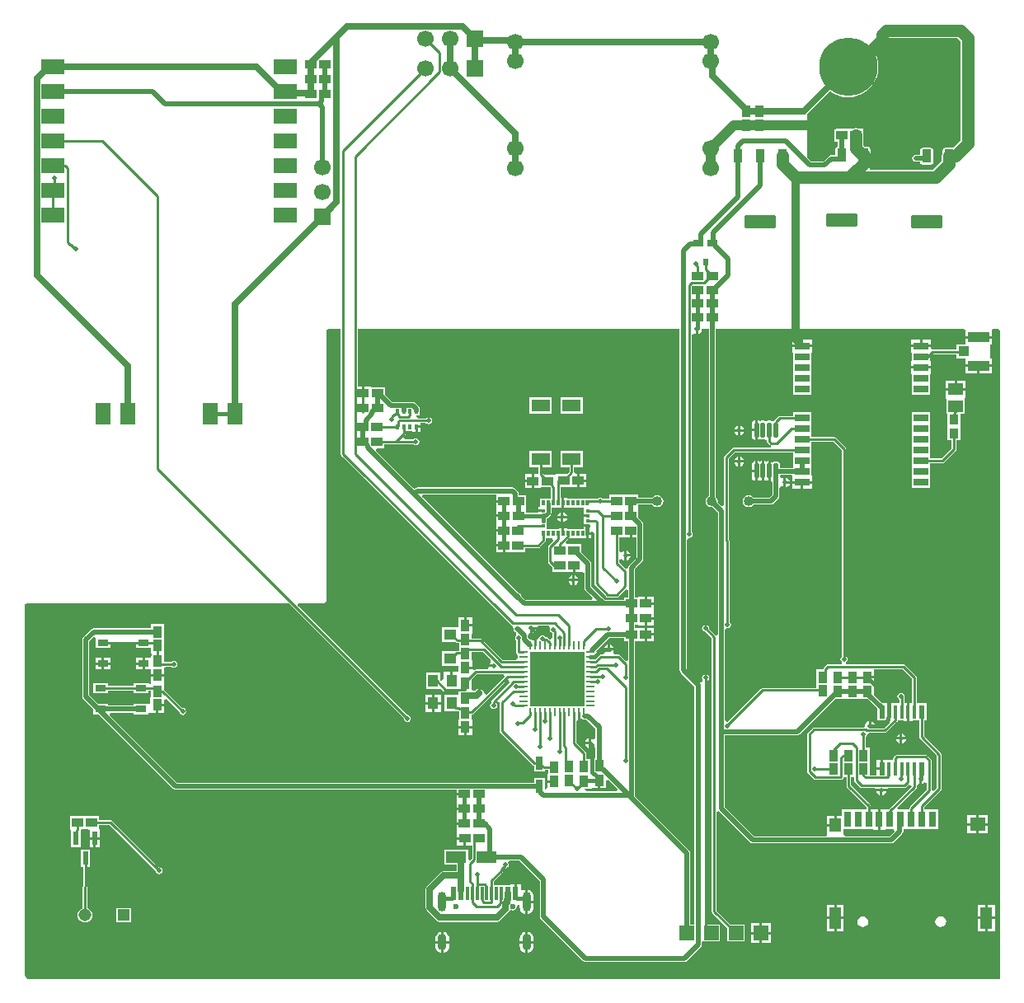
<source format=gtl>
G04*
G04 #@! TF.GenerationSoftware,Altium Limited,Altium Designer,25.0.2 (28)*
G04*
G04 Layer_Physical_Order=1*
G04 Layer_Color=255*
%FSLAX44Y44*%
%MOMM*%
G71*
G04*
G04 #@! TF.SameCoordinates,E8353DEC-B648-43D7-BF79-564EE0BAD765*
G04*
G04*
G04 #@! TF.FilePolarity,Positive*
G04*
G01*
G75*
%ADD14C,0.2540*%
%ADD18R,0.8890X1.1430*%
%ADD19R,2.3400X1.5300*%
%ADD20R,1.5100X2.3100*%
%ADD21R,1.1430X0.8890*%
%ADD22R,0.5588X1.3208*%
%ADD23R,0.9300X1.1430*%
%ADD24O,0.8500X0.2500*%
%ADD25O,0.2500X0.8500*%
%ADD26R,5.6000X5.6000*%
%ADD27R,1.1430X0.9300*%
%ADD28R,1.0500X0.6500*%
%ADD29R,0.6500X1.3500*%
%ADD30R,1.0160X0.7000*%
%ADD31R,0.6000X0.7000*%
%ADD32R,0.6000X1.3970*%
%ADD33R,0.3000X1.3970*%
%ADD34R,1.6000X1.4000*%
%ADD35R,0.7000X1.6000*%
%ADD36R,1.2000X1.4000*%
%ADD37R,1.2000X2.2000*%
G04:AMPARAMS|DCode=38|XSize=1.31mm|YSize=0.93mm|CornerRadius=0.0698mm|HoleSize=0mm|Usage=FLASHONLY|Rotation=270.000|XOffset=0mm|YOffset=0mm|HoleType=Round|Shape=RoundedRectangle|*
%AMROUNDEDRECTD38*
21,1,1.3100,0.7905,0,0,270.0*
21,1,1.1705,0.9300,0,0,270.0*
1,1,0.1395,-0.3953,-0.5853*
1,1,0.1395,-0.3953,0.5853*
1,1,0.1395,0.3953,0.5853*
1,1,0.1395,0.3953,-0.5853*
%
%ADD38ROUNDEDRECTD38*%
G04:AMPARAMS|DCode=39|XSize=1.31mm|YSize=3.24mm|CornerRadius=0.0983mm|HoleSize=0mm|Usage=FLASHONLY|Rotation=270.000|XOffset=0mm|YOffset=0mm|HoleType=Round|Shape=RoundedRectangle|*
%AMROUNDEDRECTD39*
21,1,1.3100,3.0435,0,0,270.0*
21,1,1.1135,3.2400,0,0,270.0*
1,1,0.1965,-1.5218,-0.5568*
1,1,0.1965,-1.5218,0.5568*
1,1,0.1965,1.5218,0.5568*
1,1,0.1965,1.5218,-0.5568*
%
%ADD39ROUNDEDRECTD39*%
%ADD40R,0.3000X0.5250*%
%ADD41R,0.4250X0.3000*%
%ADD42R,0.3500X0.5000*%
%ADD45R,1.1000X1.3000*%
%ADD46R,1.3000X1.1000*%
%ADD47R,2.0320X1.1430*%
%ADD48R,1.9000X1.3000*%
%ADD49R,1.5240X1.1430*%
%ADD50R,2.2000X1.0500*%
%ADD51R,1.0500X1.0000*%
%ADD52R,0.9300X1.0160*%
G04:AMPARAMS|DCode=53|XSize=1.5mm|YSize=0.49mm|CornerRadius=0.1225mm|HoleSize=0mm|Usage=FLASHONLY|Rotation=270.000|XOffset=0mm|YOffset=0mm|HoleType=Round|Shape=RoundedRectangle|*
%AMROUNDEDRECTD53*
21,1,1.5000,0.2450,0,0,270.0*
21,1,1.2550,0.4900,0,0,270.0*
1,1,0.2450,-0.1225,-0.6275*
1,1,0.2450,-0.1225,0.6275*
1,1,0.2450,0.1225,0.6275*
1,1,0.2450,0.1225,-0.6275*
%
%ADD53ROUNDEDRECTD53*%
%ADD54R,1.5000X0.8000*%
%ADD102R,0.4000X1.3500*%
%ADD103R,0.6000X1.3500*%
%ADD104C,0.3810*%
%ADD105C,0.5080*%
%ADD106C,0.8128*%
%ADD107C,1.0160*%
%ADD108C,0.6350*%
%ADD109C,1.2700*%
%ADD110C,1.7000*%
%ADD111R,1.3080X1.3080*%
%ADD112C,1.3080*%
%ADD113R,1.5240X1.5240*%
%ADD114O,0.9000X1.7000*%
%ADD115O,0.9000X2.0000*%
%ADD116C,0.6000*%
%ADD117R,6.0000X6.0000*%
%ADD118C,6.0000*%
%ADD119R,1.7000X1.7000*%
%ADD120R,1.7000X1.7000*%
%ADD121C,0.5080*%
%ADD122C,1.0160*%
%ADD123C,0.5000*%
G36*
X1465770Y1232079D02*
Y1129728D01*
X1458414Y1122372D01*
X1458143Y1122426D01*
X1450238D01*
X1449173Y1122214D01*
X1448270Y1121610D01*
X1447666Y1120707D01*
X1447455Y1119642D01*
Y1116777D01*
X1447014Y1115713D01*
X1446761Y1113790D01*
Y1108818D01*
X1437446Y1099503D01*
X1372747D01*
X1372432Y1100264D01*
X1372033Y1102044D01*
X1372994Y1103296D01*
X1373737Y1105088D01*
X1373990Y1107011D01*
Y1115060D01*
X1373737Y1116983D01*
X1373296Y1118047D01*
Y1120912D01*
X1373084Y1121977D01*
X1372480Y1122880D01*
X1371578Y1123484D01*
X1370513Y1123696D01*
X1366932D01*
X1365822Y1124806D01*
Y1128903D01*
X1366139D01*
Y1141857D01*
X1362003D01*
X1360315Y1142556D01*
X1358392Y1142810D01*
X1356469Y1142556D01*
X1354781Y1141857D01*
X1335913D01*
Y1128903D01*
X1340034D01*
Y1123696D01*
X1339707D01*
X1338642Y1123484D01*
X1337740Y1122880D01*
X1337136Y1121977D01*
X1336924Y1120912D01*
Y1114676D01*
X1332570D01*
X1331183Y1114400D01*
X1330007Y1113614D01*
X1330006Y1113614D01*
X1324972Y1108580D01*
X1312088D01*
X1308100Y1112568D01*
X1308100Y1156939D01*
X1308257Y1157044D01*
X1331660Y1180447D01*
X1332113Y1180060D01*
X1336276Y1177509D01*
X1340786Y1175641D01*
X1345533Y1174501D01*
X1350400Y1174118D01*
X1355267Y1174501D01*
X1360014Y1175641D01*
X1364525Y1177509D01*
X1368687Y1180060D01*
X1372400Y1183231D01*
X1375570Y1186943D01*
X1378121Y1191105D01*
X1379989Y1195616D01*
X1381129Y1200363D01*
X1381512Y1205230D01*
X1381129Y1210097D01*
X1379989Y1214844D01*
X1379017Y1217191D01*
X1390287Y1228461D01*
X1391468Y1230000D01*
X1392210Y1231792D01*
X1392464Y1233715D01*
Y1235166D01*
X1462683D01*
X1465770Y1232079D01*
D02*
G37*
G36*
X1504765Y936219D02*
X1505123Y935862D01*
X1505318Y935395D01*
X1505319Y935143D01*
X1505572Y935142D01*
X1506039Y934947D01*
X1506396Y934589D01*
X1506589Y934122D01*
Y933869D01*
Y269659D01*
Y269405D01*
X1506395Y268937D01*
X1506037Y268579D01*
X1505568Y268385D01*
X507703D01*
X505726Y270675D01*
X505727Y270928D01*
X505727Y270929D01*
X504701Y272704D01*
X504575Y273573D01*
X504551Y273902D01*
Y274336D01*
Y652770D01*
X505122Y653204D01*
X507099Y654473D01*
Y654473D01*
X507099Y654473D01*
X776315D01*
X894319Y536469D01*
X894264Y536194D01*
X894540Y534807D01*
X895326Y533630D01*
X896503Y532844D01*
X897890Y532568D01*
X899277Y532844D01*
X900454Y533630D01*
X901240Y534807D01*
X901516Y536194D01*
X901240Y537581D01*
X900454Y538758D01*
X899277Y539544D01*
X897890Y539820D01*
X897615Y539765D01*
X785254Y652126D01*
X786226Y654473D01*
X812637D01*
X814387Y656222D01*
Y925570D01*
X814431Y925902D01*
Y934710D01*
X815002Y935144D01*
X816979Y936413D01*
Y936413D01*
X816979Y936413D01*
X829519D01*
Y807720D01*
X829697Y806828D01*
X830202Y806072D01*
X1004192Y632082D01*
X1004948Y631577D01*
X1005320Y631503D01*
X1006061Y630647D01*
X1006334Y630232D01*
X1006915Y628859D01*
X1006768Y628124D01*
X1007044Y626736D01*
X1007830Y625560D01*
X1009007Y624774D01*
X1009497Y624677D01*
X1009830Y624343D01*
X1009372Y621308D01*
X1008586Y620131D01*
X1008310Y618744D01*
X1008586Y617356D01*
X1009372Y616180D01*
X1009605Y616025D01*
Y604483D01*
X1009783Y603591D01*
X1010288Y602835D01*
X1010631Y602492D01*
X1011178Y600401D01*
X1010924Y599120D01*
X1010949Y598991D01*
X1009452Y596706D01*
X1009062Y596451D01*
X995565D01*
X974417Y617598D01*
X973661Y618103D01*
X972769Y618281D01*
X963907D01*
Y623491D01*
X964415D01*
Y630476D01*
X957430D01*
Y631746D01*
X956160D01*
Y640001D01*
X950445D01*
Y632324D01*
X950214Y629880D01*
X933150D01*
Y614816D01*
X946918D01*
X947432Y614302D01*
X948188Y613797D01*
X949080Y613619D01*
X950953D01*
Y605581D01*
X948400D01*
X947508Y605403D01*
X946886Y604988D01*
X933150D01*
Y589924D01*
X950214D01*
X950445Y587479D01*
Y583936D01*
X944589D01*
Y574896D01*
X942049D01*
Y583936D01*
X935279D01*
Y576192D01*
X932739Y574916D01*
X931942Y575508D01*
Y583382D01*
X916878D01*
Y566318D01*
X931942D01*
Y566318D01*
X932833Y566687D01*
X935255Y564264D01*
X936011Y563759D01*
X936903Y563581D01*
X950445D01*
Y560536D01*
X935949D01*
Y543473D01*
X950953D01*
Y535353D01*
X950445D01*
Y528368D01*
X957430D01*
X964415D01*
Y535353D01*
X963907D01*
Y540227D01*
X964197D01*
X965089Y540404D01*
X965845Y540909D01*
X1000662Y575726D01*
X1001728Y575546D01*
X1002597Y572823D01*
X984679Y554905D01*
X984174Y554149D01*
X983996Y553257D01*
Y552151D01*
X983718Y551966D01*
X982932Y550789D01*
X982656Y549402D01*
X982932Y548014D01*
X983718Y546838D01*
X984894Y546052D01*
X986282Y545776D01*
X987670Y546052D01*
X988846Y546838D01*
X989632Y548014D01*
X989908Y549402D01*
X989632Y550789D01*
X988846Y551966D01*
X990332Y553966D01*
X990414Y554048D01*
X992632Y552673D01*
X992587Y552450D01*
Y523240D01*
X992765Y522348D01*
X993270Y521592D01*
X1026290Y488572D01*
X1027046Y488067D01*
X1027938Y487889D01*
X1028348D01*
Y481548D01*
X1038912D01*
Y483619D01*
X1042393D01*
Y479473D01*
X1041885D01*
Y472488D01*
X1048870D01*
Y469948D01*
X1041885D01*
Y464995D01*
X1039345Y463218D01*
X1038912Y463376D01*
Y475112D01*
X1028348D01*
Y470097D01*
X661541D01*
X592073Y539564D01*
X593125Y542104D01*
X616998D01*
Y540448D01*
X631562D01*
Y541480D01*
X634010Y541703D01*
X634102Y541703D01*
X639930D01*
Y549958D01*
X641200D01*
Y551228D01*
X648390D01*
Y555079D01*
X650930Y556131D01*
X663481Y543581D01*
X663426Y543306D01*
X663702Y541918D01*
X664488Y540742D01*
X665664Y539956D01*
X667052Y539680D01*
X668439Y539956D01*
X669615Y540742D01*
X670401Y541918D01*
X670677Y543306D01*
X670401Y544693D01*
X669615Y545870D01*
X668439Y546656D01*
X667052Y546932D01*
X666777Y546877D01*
X647882Y565772D01*
Y569853D01*
X648390Y572183D01*
X648390Y574258D01*
Y579168D01*
X641405D01*
X634420D01*
Y574428D01*
X634420Y572183D01*
X634423Y572101D01*
X634102Y571766D01*
X631562Y572512D01*
Y572512D01*
X616998D01*
Y569561D01*
X590062D01*
Y572512D01*
X575498D01*
Y561948D01*
X590062D01*
Y564899D01*
X616998D01*
Y561948D01*
X631562D01*
Y564899D01*
X634518D01*
Y558213D01*
X634010D01*
Y551234D01*
X631562Y551012D01*
X631470Y551012D01*
X616998D01*
Y549355D01*
X590062D01*
Y551012D01*
X580626D01*
X571316Y560322D01*
Y615718D01*
X575844Y620246D01*
X578038Y618848D01*
Y608848D01*
X592602D01*
Y611799D01*
X619538D01*
Y608848D01*
X634102D01*
X634518Y606480D01*
Y603171D01*
X634518D01*
X634928Y602917D01*
Y600828D01*
X634610Y598420D01*
X628090D01*
Y592630D01*
Y586840D01*
X634420Y586840D01*
X634420Y586232D01*
Y581708D01*
X641405D01*
X648390D01*
Y588693D01*
X650600Y589489D01*
X655141D01*
X655296Y589256D01*
X656472Y588470D01*
X657860Y588194D01*
X659248Y588470D01*
X660424Y589256D01*
X661210Y590433D01*
X661486Y591820D01*
X661210Y593208D01*
X660424Y594384D01*
X659248Y595170D01*
X657860Y595446D01*
X656472Y595170D01*
X655296Y594384D01*
X655141Y594151D01*
X647882D01*
Y602917D01*
X647882D01*
X647882Y603171D01*
X647882D01*
Y617395D01*
Y632889D01*
X634518D01*
Y628767D01*
X575612D01*
X575612Y628767D01*
X574224Y628491D01*
X573048Y627705D01*
X573048Y627705D01*
X565126Y619784D01*
X564340Y618607D01*
X564064Y617220D01*
X564064Y617220D01*
Y558820D01*
X564064Y558820D01*
X564340Y557432D01*
X565126Y556256D01*
X575498Y545884D01*
Y540448D01*
X580935D01*
X657475Y463907D01*
X657475Y463907D01*
X658651Y463121D01*
X660039Y462845D01*
X948184D01*
Y459740D01*
X956439D01*
Y457200D01*
X948184D01*
Y451485D01*
X948184D01*
Y450215D01*
X948184D01*
Y444500D01*
X956439D01*
Y441960D01*
X948184D01*
Y436245D01*
X948184D01*
Y434975D01*
X948184D01*
Y429260D01*
X956439D01*
Y426720D01*
X948184D01*
Y422323D01*
X948184Y421005D01*
X948184D01*
X948563Y419940D01*
X948563Y419940D01*
Y414020D01*
X956818D01*
Y412750D01*
X958088D01*
Y405560D01*
X964266D01*
Y392102D01*
X962337Y390524D01*
X960118Y391443D01*
Y401701D01*
X935734D01*
Y386207D01*
X948761D01*
Y378923D01*
X934720D01*
X933085Y378598D01*
X931698Y377672D01*
X931698Y377672D01*
X917728Y363702D01*
X916802Y362315D01*
X916477Y360680D01*
Y341630D01*
X916802Y339995D01*
X917728Y338608D01*
X927888Y328448D01*
X927888Y328448D01*
X929275Y327522D01*
X930910Y327197D01*
X989821D01*
X991456Y327522D01*
X992843Y328448D01*
X1001671Y337276D01*
X1001671Y337276D01*
X1001913Y337639D01*
X1004273Y339117D01*
X1005840Y338805D01*
X1007407Y339117D01*
X1008735Y340005D01*
X1009623Y341333D01*
X1009935Y342900D01*
X1009866Y343246D01*
X1011697Y345311D01*
X1013089Y344845D01*
Y342300D01*
X1013331Y340462D01*
X1014041Y338750D01*
X1015169Y337279D01*
X1016640Y336151D01*
X1018352Y335441D01*
X1018920Y335367D01*
Y347800D01*
Y360234D01*
X1018352Y360159D01*
X1017020Y359607D01*
X1015682Y360135D01*
X1014480Y360994D01*
Y365665D01*
X1010210D01*
Y356140D01*
X1007670D01*
Y365665D01*
X1003400D01*
Y365157D01*
X986771D01*
Y368795D01*
X995623Y377647D01*
X996128Y378403D01*
X996306Y379295D01*
Y380126D01*
X998420Y382240D01*
X999607Y382476D01*
X1000784Y383262D01*
X1001570Y384439D01*
X1001846Y385826D01*
X1001570Y387214D01*
X1001186Y387788D01*
X1001932Y389848D01*
X1002311Y390328D01*
X1012974D01*
X1033964Y369338D01*
Y332740D01*
X1033964Y332740D01*
X1034240Y331353D01*
X1035026Y330176D01*
X1078206Y286996D01*
X1079382Y286210D01*
X1080770Y285934D01*
X1080770Y285934D01*
X1182370D01*
X1182370Y285934D01*
X1183757Y286210D01*
X1184934Y286996D01*
X1198904Y300966D01*
X1198904Y300966D01*
X1199690Y302143D01*
X1199966Y303530D01*
Y304973D01*
X1201246Y306982D01*
X1202506Y306982D01*
X1218518D01*
Y324254D01*
X1206291D01*
Y575131D01*
X1206524Y575286D01*
X1207310Y576463D01*
X1207586Y577850D01*
X1207310Y579238D01*
X1206524Y580414D01*
X1205348Y581200D01*
X1203960Y581476D01*
X1202572Y581200D01*
X1201396Y580414D01*
X1200610Y579238D01*
X1200334Y577850D01*
X1200610Y576463D01*
X1201186Y575602D01*
X1200998Y574217D01*
X1200446Y573842D01*
X1198321Y573376D01*
X1184726Y586972D01*
Y719694D01*
X1184939Y720033D01*
X1187266Y721581D01*
X1187450Y721544D01*
X1188838Y721820D01*
X1190014Y722606D01*
X1190800Y723783D01*
X1191076Y725170D01*
X1190800Y726557D01*
X1190014Y727734D01*
X1189781Y727889D01*
Y930538D01*
X1192321Y931717D01*
X1193088Y931205D01*
X1193800Y931063D01*
Y935990D01*
X1196340D01*
Y931063D01*
X1197052Y931205D01*
X1198733Y932327D01*
X1199855Y934008D01*
X1200249Y935990D01*
X1200596Y936413D01*
X1207297D01*
Y764778D01*
X1205915Y763855D01*
X1204568Y761839D01*
X1204095Y759460D01*
X1204568Y757082D01*
X1205915Y755065D01*
X1207932Y753718D01*
X1210310Y753245D01*
X1211217Y753425D01*
X1216844Y747798D01*
Y622469D01*
X1215122Y621690D01*
X1214304Y621602D01*
X1207531Y628375D01*
X1207586Y628650D01*
X1207310Y630037D01*
X1206524Y631214D01*
X1205348Y632000D01*
X1203960Y632276D01*
X1202572Y632000D01*
X1201396Y631214D01*
X1200610Y630037D01*
X1200334Y628650D01*
X1200610Y627262D01*
X1201396Y626086D01*
X1202572Y625300D01*
X1203960Y625024D01*
X1204235Y625079D01*
X1210519Y618795D01*
Y338050D01*
X1210697Y337158D01*
X1211202Y336402D01*
X1226614Y320990D01*
Y307014D01*
X1243886D01*
Y324286D01*
X1229910D01*
X1215181Y339016D01*
Y440521D01*
X1217721Y441292D01*
X1217906Y441014D01*
X1250004Y408916D01*
X1250004Y408916D01*
X1251180Y408130D01*
X1252568Y407854D01*
X1252568Y407854D01*
X1394808D01*
X1394808Y407854D01*
X1396196Y408130D01*
X1397372Y408916D01*
X1406064Y417608D01*
X1406064Y417608D01*
X1406850Y418784D01*
X1407126Y420172D01*
X1407814Y422428D01*
X1442992D01*
Y442492D01*
X1428791D01*
Y445055D01*
X1445638Y461902D01*
X1446143Y462658D01*
X1446321Y463550D01*
Y498990D01*
X1446143Y499882D01*
X1445638Y500638D01*
X1428421Y517855D01*
Y534318D01*
X1431122D01*
Y551882D01*
X1420921D01*
Y577850D01*
X1420744Y578741D01*
X1420239Y579498D01*
X1408808Y590928D01*
X1408052Y591433D01*
X1407160Y591611D01*
X1348588D01*
X1348106Y594151D01*
X1348764Y594590D01*
X1349550Y595766D01*
X1349826Y597154D01*
X1349550Y598541D01*
X1348764Y599718D01*
X1348531Y599873D01*
Y812800D01*
X1348353Y813692D01*
X1347848Y814448D01*
X1337902Y824394D01*
X1337146Y824900D01*
X1336254Y825077D01*
X1312830D01*
Y838714D01*
Y850778D01*
X1293766D01*
Y847077D01*
X1280160D01*
X1279268Y846899D01*
X1278512Y846394D01*
X1274292Y842174D01*
X1274228Y842079D01*
X1273444Y841923D01*
X1272690Y841419D01*
X1271936Y841923D01*
X1270665Y842176D01*
X1268215D01*
X1266944Y841923D01*
X1266190Y841419D01*
X1265436Y841923D01*
X1264165Y842176D01*
X1261715D01*
X1260444Y841923D01*
X1260147Y841725D01*
X1259134Y842402D01*
X1257710Y842685D01*
Y832580D01*
Y822475D01*
X1259134Y822758D01*
X1260147Y823435D01*
X1260444Y823237D01*
X1261715Y822984D01*
X1264165D01*
X1264569Y823065D01*
X1266690Y821786D01*
X1267109Y821301D01*
Y820928D01*
X1267287Y820036D01*
X1267792Y819280D01*
X1269824Y817248D01*
X1270580Y816743D01*
X1271214Y816617D01*
X1270963Y814077D01*
X1232624D01*
X1231732Y813899D01*
X1230976Y813394D01*
X1223648Y806066D01*
X1223143Y805310D01*
X1222965Y804418D01*
Y755251D01*
X1220619Y754279D01*
X1216345Y758553D01*
X1216525Y759460D01*
X1216052Y761839D01*
X1214705Y763855D01*
X1214548Y763960D01*
Y936413D01*
X1468350D01*
X1470582Y935670D01*
X1470582Y933873D01*
Y929150D01*
X1484122D01*
X1497662D01*
Y933873D01*
X1497662Y935670D01*
X1499895Y936413D01*
X1504298D01*
X1504765Y936219D01*
D02*
G37*
G36*
X1177474Y585470D02*
X1177474Y585470D01*
X1177750Y584082D01*
X1178536Y582906D01*
X1192714Y568728D01*
Y324254D01*
X1188107D01*
Y398141D01*
X1187831Y399529D01*
X1187046Y400705D01*
X1187045Y400705D01*
X1131501Y456249D01*
X1131640Y456946D01*
Y615823D01*
X1134491D01*
Y615315D01*
X1141476D01*
Y622300D01*
Y629285D01*
X1134491D01*
Y628777D01*
X1131640D01*
Y632333D01*
X1134491D01*
Y631825D01*
X1141476D01*
Y638810D01*
X1142746D01*
Y640080D01*
X1151001D01*
Y645795D01*
X1151001D01*
Y647065D01*
X1151001D01*
Y652780D01*
X1142746D01*
Y654050D01*
X1141476D01*
Y661035D01*
X1134491D01*
Y660527D01*
X1131640D01*
Y689773D01*
X1139087Y697220D01*
X1139087Y697220D01*
X1139873Y698396D01*
X1140149Y699783D01*
X1140149Y699784D01*
Y736014D01*
X1139873Y737402D01*
X1139087Y738578D01*
X1139087Y738578D01*
X1134999Y742665D01*
Y750902D01*
X1134999D01*
Y752778D01*
X1134999D01*
Y755834D01*
X1149521D01*
X1150035Y755065D01*
X1152051Y753718D01*
X1154430Y753245D01*
X1156808Y753718D01*
X1158825Y755065D01*
X1160172Y757082D01*
X1160645Y759460D01*
X1160172Y761839D01*
X1158825Y763855D01*
X1156808Y765202D01*
X1154430Y765675D01*
X1152051Y765202D01*
X1150035Y763855D01*
X1149521Y763086D01*
X1134999D01*
Y766142D01*
X1105281D01*
Y761791D01*
X1098983D01*
X1098828Y762024D01*
X1097652Y762810D01*
X1096264Y763086D01*
X1094876Y762810D01*
X1093700Y762024D01*
X1093545Y761791D01*
X1086212D01*
Y762141D01*
X1061720D01*
Y762649D01*
X1058950D01*
Y757484D01*
Y752319D01*
X1061720D01*
Y752827D01*
X1079148D01*
Y748399D01*
X1078640D01*
Y745629D01*
X1083305D01*
Y743089D01*
X1078640D01*
Y740319D01*
X1078640D01*
Y738399D01*
X1078640D01*
Y735629D01*
X1083305D01*
Y733089D01*
X1078640D01*
Y730891D01*
X1061720D01*
Y731399D01*
X1058950D01*
Y726234D01*
X1056410D01*
Y731399D01*
X1053640D01*
Y730891D01*
X1041212D01*
Y741984D01*
X1041356Y742013D01*
X1042322Y742658D01*
X1044786Y745122D01*
X1045432Y746088D01*
X1045658Y747228D01*
Y752827D01*
X1053640D01*
Y752319D01*
X1056410D01*
Y757484D01*
Y762649D01*
X1055011D01*
Y774113D01*
X1064999D01*
Y773605D01*
X1071984D01*
Y780590D01*
Y787575D01*
X1071340D01*
X1068977Y788714D01*
Y794156D01*
X1078178D01*
Y811220D01*
X1055114D01*
Y794156D01*
X1064315D01*
Y789679D01*
X1061703Y787067D01*
X1051581D01*
X1050775Y787067D01*
Y787067D01*
X1049251Y786559D01*
X1049251Y786559D01*
X1038323D01*
X1036977Y787905D01*
Y794156D01*
X1046178D01*
Y811220D01*
X1023114D01*
Y794156D01*
X1032315D01*
Y787067D01*
X1028042D01*
Y780082D01*
Y773097D01*
X1035027D01*
Y773605D01*
X1044685D01*
X1045349Y772941D01*
Y762141D01*
X1034148D01*
Y753399D01*
X1032390D01*
Y750629D01*
X1037055D01*
Y748089D01*
X1032390D01*
Y747337D01*
X1019683D01*
Y750697D01*
X1019683D01*
Y752777D01*
X1019683D01*
Y765731D01*
X1012430D01*
Y766898D01*
X1012154Y768286D01*
X1011368Y769462D01*
X1011368Y769462D01*
X1008392Y772438D01*
X1007216Y773224D01*
X1005828Y773500D01*
X1005828Y773500D01*
X908304D01*
X908304Y773500D01*
X906917Y773224D01*
X905740Y772438D01*
X903516Y773285D01*
X865410Y811391D01*
X866382Y813738D01*
X874395D01*
Y818089D01*
X903807D01*
X903962Y817856D01*
X905138Y817070D01*
X906526Y816794D01*
X907914Y817070D01*
X909090Y817856D01*
X909876Y819033D01*
X910152Y820420D01*
X909876Y821807D01*
X909090Y822984D01*
X907914Y823770D01*
X906526Y824046D01*
X905138Y823770D01*
X903962Y822984D01*
X903807Y822751D01*
X894898D01*
X893926Y825097D01*
X895728Y826900D01*
X896233Y827656D01*
X896411Y828548D01*
Y831128D01*
X902790D01*
Y830620D01*
X905810D01*
Y835660D01*
X907080D01*
Y836930D01*
X911370D01*
Y839679D01*
X916761D01*
X916916Y839446D01*
X918092Y838660D01*
X919480Y838384D01*
X920867Y838660D01*
X922044Y839446D01*
X922830Y840622D01*
X923106Y842010D01*
X922830Y843398D01*
X922044Y844574D01*
X920867Y845360D01*
X919480Y845636D01*
X918092Y845360D01*
X916916Y844574D01*
X916761Y844341D01*
X910844D01*
X910779Y844354D01*
X908462D01*
X907192Y846894D01*
X907368Y847128D01*
X910862D01*
Y856192D01*
X910185D01*
X909643Y857003D01*
X909643Y857003D01*
X906367Y860280D01*
X905190Y861066D01*
X903803Y861342D01*
X903803Y861342D01*
X892232D01*
X892231Y861342D01*
X892231Y861342D01*
X882162D01*
X874903Y868600D01*
Y876427D01*
X860679D01*
Y876935D01*
X853694D01*
Y869950D01*
X851154D01*
Y876935D01*
X846627D01*
Y936413D01*
X1177474D01*
Y585470D01*
D02*
G37*
G36*
X1343869Y811835D02*
Y599873D01*
X1343636Y599718D01*
X1342850Y598541D01*
X1342574Y597154D01*
X1342850Y595766D01*
X1343636Y594590D01*
X1344294Y594151D01*
X1343812Y591611D01*
X1329755D01*
X1328863Y591433D01*
X1328107Y590928D01*
X1325476Y588297D01*
X1324971Y587541D01*
X1324794Y586649D01*
Y586359D01*
X1317928D01*
Y570865D01*
Y567481D01*
X1262455D01*
X1261563Y567303D01*
X1260807Y566798D01*
X1226636Y532627D01*
X1225107Y533067D01*
X1224096Y534022D01*
Y627011D01*
X1226566Y628834D01*
X1227953Y629110D01*
X1229130Y629896D01*
X1229916Y631073D01*
X1230192Y632460D01*
X1229916Y633848D01*
X1229130Y635024D01*
X1228897Y635179D01*
Y718148D01*
X1228719Y719040D01*
X1228214Y719796D01*
X1227627Y720383D01*
Y803453D01*
X1233589Y809415D01*
X1293766D01*
Y805714D01*
Y793739D01*
X1280486D01*
Y796755D01*
X1280233Y798026D01*
X1279513Y799103D01*
X1278436Y799823D01*
X1277165Y800076D01*
X1274715D01*
X1273444Y799823D01*
X1273147Y799625D01*
X1272134Y800302D01*
X1270710Y800585D01*
Y790480D01*
Y780320D01*
X1272724Y778230D01*
Y766042D01*
X1269768Y763086D01*
X1253319D01*
X1252805Y763855D01*
X1250788Y765202D01*
X1248410Y765675D01*
X1246031Y765202D01*
X1244015Y763855D01*
X1242668Y761839D01*
X1242195Y759460D01*
X1242668Y757082D01*
X1244015Y755065D01*
X1246031Y753718D01*
X1248410Y753245D01*
X1250788Y753718D01*
X1252805Y755065D01*
X1253319Y755834D01*
X1271270D01*
X1271270Y755834D01*
X1272657Y756110D01*
X1273834Y756896D01*
X1278914Y761976D01*
X1278914Y761976D01*
X1279700Y763152D01*
X1279976Y764540D01*
X1279976Y764540D01*
Y773265D01*
X1280269Y773515D01*
X1282516Y774390D01*
X1283512Y773725D01*
X1284224Y773583D01*
Y778510D01*
Y783437D01*
X1283512Y783295D01*
X1282847Y782851D01*
X1280802Y784053D01*
X1281405Y786487D01*
X1291215D01*
X1293258Y785286D01*
Y780016D01*
X1313338D01*
Y785286D01*
X1312830D01*
Y794714D01*
Y805714D01*
Y816714D01*
Y820415D01*
X1335288D01*
X1343869Y811835D01*
D02*
G37*
G36*
X1128522Y721790D02*
X1132897D01*
Y701285D01*
X1125450Y693838D01*
X1124664Y692662D01*
X1124388Y691274D01*
X1124388Y691274D01*
Y690980D01*
X1121848Y689928D01*
X1115359Y696417D01*
Y699681D01*
X1117899Y700451D01*
X1118255Y699918D01*
X1119936Y698795D01*
X1120648Y698653D01*
Y703580D01*
Y708507D01*
X1119936Y708365D01*
X1118255Y707243D01*
X1117899Y706709D01*
X1115359Y707479D01*
Y722298D01*
X1118997D01*
Y721790D01*
X1125982D01*
Y728980D01*
X1128522D01*
Y721790D01*
D02*
G37*
G36*
X1089869Y726746D02*
Y674370D01*
X1090047Y673478D01*
X1090552Y672722D01*
X1101982Y661292D01*
X1102738Y660787D01*
X1103630Y660609D01*
X1112520D01*
X1113412Y660787D01*
X1114168Y661292D01*
X1121848Y668972D01*
X1124388Y667920D01*
Y660527D01*
X1120267D01*
Y657676D01*
X1100593D01*
X1086936Y671333D01*
Y695247D01*
X1086936Y695247D01*
X1086660Y696635D01*
X1085874Y697811D01*
X1085874Y697811D01*
X1076579Y707105D01*
Y715342D01*
X1061245D01*
X1060273Y717689D01*
X1064161Y721577D01*
X1078640D01*
Y721069D01*
X1081410D01*
Y726234D01*
X1082680D01*
Y727504D01*
X1086720D01*
Y728061D01*
X1087329Y728351D01*
X1089869Y726746D01*
D02*
G37*
G36*
X988949Y766239D02*
Y760524D01*
X997204D01*
Y757984D01*
X988949D01*
Y752269D01*
X988949D01*
Y751205D01*
X988949D01*
Y745490D01*
X997204D01*
Y742950D01*
X988949D01*
Y737235D01*
X988949D01*
Y736170D01*
X988949D01*
Y730250D01*
X997204D01*
Y727710D01*
X988949D01*
Y721790D01*
X988949D01*
Y720930D01*
X988949D01*
Y715010D01*
X997204D01*
Y713740D01*
X998474D01*
Y706550D01*
X1005459D01*
Y707058D01*
X1019175D01*
Y711409D01*
X1032092D01*
X1032984Y711587D01*
X1033740Y712092D01*
X1039328Y717680D01*
X1039833Y718436D01*
X1040011Y719328D01*
Y721577D01*
X1046920D01*
X1047972Y719037D01*
X1042800Y713864D01*
X1042295Y713108D01*
X1042117Y712216D01*
Y697484D01*
X1042295Y696592D01*
X1042800Y695836D01*
X1046607Y692029D01*
Y686943D01*
X1060831D01*
Y686435D01*
X1067816D01*
Y693420D01*
X1070356D01*
Y686435D01*
X1077341D01*
Y686435D01*
X1079684Y685960D01*
Y669831D01*
X1079684Y669831D01*
X1079960Y668444D01*
X1080746Y667267D01*
X1087991Y660022D01*
X1087019Y657676D01*
X1019126D01*
X1014400Y662401D01*
X1014270Y663057D01*
X1013484Y664234D01*
X1012308Y665020D01*
X1011651Y665150D01*
X912900Y763902D01*
X913872Y766248D01*
X986413D01*
X988949Y766239D01*
D02*
G37*
G36*
X1043532Y631372D02*
X1044631Y628859D01*
X1044400Y628513D01*
X1044124Y627126D01*
X1044400Y625738D01*
X1045186Y624562D01*
X1046363Y623776D01*
X1046689Y623711D01*
Y619078D01*
X1046434Y618689D01*
X1044149Y617191D01*
X1044020Y617216D01*
X1043979Y617208D01*
X1042043Y619144D01*
X1041287Y619649D01*
X1040395Y619827D01*
X1039552D01*
X1039071Y620546D01*
X1037895Y621332D01*
X1036508Y621608D01*
X1035120Y621332D01*
X1033944Y620546D01*
X1033158Y619370D01*
X1033044Y618795D01*
X1030893Y617530D01*
X1030499Y617440D01*
X1030290Y617482D01*
Y610870D01*
X1027750D01*
Y617482D01*
X1027541Y617440D01*
X1026288Y616603D01*
X1025941Y616534D01*
X1025300Y616962D01*
X1024020Y617216D01*
X1023541Y617121D01*
X1021679Y618787D01*
Y621248D01*
X1021679Y621248D01*
X1021582Y621736D01*
X1021967Y622355D01*
X1023316Y623600D01*
X1023577Y623732D01*
X1023620Y623723D01*
Y628650D01*
X1024890D01*
Y629920D01*
X1030845D01*
X1031985Y631399D01*
X1043506D01*
X1043532Y631372D01*
D02*
G37*
G36*
X1120267Y615823D02*
X1124388D01*
Y596238D01*
X1121848Y595186D01*
X1115946Y601088D01*
X1115190Y601593D01*
X1114298Y601771D01*
X1110352D01*
X1109173Y604311D01*
X1109685Y605078D01*
X1109827Y605790D01*
X1099973D01*
X1100115Y605078D01*
X1100627Y604311D01*
X1099448Y601771D01*
X1096504D01*
X1095612Y601593D01*
X1094856Y601088D01*
X1094837Y601069D01*
X1094340Y600975D01*
X1093755Y601100D01*
X1091862Y602839D01*
X1092116Y604120D01*
X1091862Y605400D01*
X1091860Y605403D01*
X1105132Y618674D01*
X1120267D01*
Y615823D01*
D02*
G37*
G36*
X983307Y597087D02*
X983017Y593848D01*
X981894Y592168D01*
X981753Y591455D01*
X986680D01*
Y588915D01*
X981693D01*
X980525Y586929D01*
X980011Y586451D01*
X968224D01*
X967332Y586273D01*
X966955Y586021D01*
X964415Y586758D01*
Y586788D01*
X957430D01*
Y589328D01*
X964415D01*
Y596313D01*
X963907D01*
Y604729D01*
X975665D01*
X983307Y597087D01*
D02*
G37*
G36*
X997593Y579249D02*
X978948Y560604D01*
X976607Y561855D01*
X976689Y562268D01*
X976295Y564251D01*
X975172Y565931D01*
X973492Y567054D01*
X972779Y567195D01*
Y562268D01*
X970239D01*
Y567195D01*
X969527Y567054D01*
X967847Y565931D01*
X966955Y564596D01*
X965563Y564637D01*
X964415Y565019D01*
Y565579D01*
X963907D01*
Y576507D01*
X969190Y581789D01*
X996541D01*
X997593Y579249D01*
D02*
G37*
G36*
X1361417Y556181D02*
X1363703Y555927D01*
X1363852Y555927D01*
X1370886D01*
X1380058Y546754D01*
Y534318D01*
X1388050D01*
Y533810D01*
X1391811D01*
X1392783Y531463D01*
X1387399Y526079D01*
X1380135D01*
X1378049Y528574D01*
X1377655Y530556D01*
X1376532Y532237D01*
X1374852Y533359D01*
X1374140Y533501D01*
Y528574D01*
X1371600D01*
Y533501D01*
X1370888Y533359D01*
X1369207Y532237D01*
X1368085Y530556D01*
X1367690Y528574D01*
X1366268Y526841D01*
X1315212D01*
X1314320Y526663D01*
X1313564Y526158D01*
X1309246Y521840D01*
X1308741Y521084D01*
X1308563Y520192D01*
Y481584D01*
X1308741Y480692D01*
X1309246Y479936D01*
X1315088Y474094D01*
X1315844Y473589D01*
X1316736Y473411D01*
X1343406D01*
X1344298Y473589D01*
X1345054Y474094D01*
X1345559Y474850D01*
X1345737Y475742D01*
Y476171D01*
X1348799D01*
Y466862D01*
X1348977Y465970D01*
X1349482Y465214D01*
X1369129Y445566D01*
Y442492D01*
X1343928D01*
Y436000D01*
X1338730D01*
Y426460D01*
X1337460D01*
Y425190D01*
X1328920D01*
Y416920D01*
X1327168Y415106D01*
X1254070D01*
X1224096Y445080D01*
Y518852D01*
X1298094D01*
X1298094Y518852D01*
X1299481Y519128D01*
X1300658Y519914D01*
X1336924Y556181D01*
X1346177D01*
Y556181D01*
X1348463D01*
Y556181D01*
X1361417D01*
Y556181D01*
D02*
G37*
G36*
X1416260Y576884D02*
Y552390D01*
X1413360D01*
Y543100D01*
Y533810D01*
X1416630D01*
Y534318D01*
X1423759D01*
Y516890D01*
X1423937Y515998D01*
X1424442Y515242D01*
X1441659Y498025D01*
Y464515D01*
X1438563Y461419D01*
X1436736Y462136D01*
X1436161Y462609D01*
Y492760D01*
X1435983Y493652D01*
X1435478Y494408D01*
X1431668Y498218D01*
X1430912Y498723D01*
X1430020Y498901D01*
X1400578D01*
X1399686Y498723D01*
X1398930Y498218D01*
X1397442Y496730D01*
X1396937Y495974D01*
X1396760Y495082D01*
Y493382D01*
X1390630D01*
Y493890D01*
X1386360D01*
Y484599D01*
X1385090D01*
Y483330D01*
X1379550D01*
Y477819D01*
X1373052D01*
Y490395D01*
Y505889D01*
X1368701D01*
Y516965D01*
X1368934Y517120D01*
X1369720Y518297D01*
X1369996Y519684D01*
X1372241Y521417D01*
X1388364D01*
X1389256Y521595D01*
X1390012Y522100D01*
X1400739Y532826D01*
X1401244Y533582D01*
X1401390Y534318D01*
X1407550D01*
Y533810D01*
X1410820D01*
Y543100D01*
Y552390D01*
X1407921D01*
Y557594D01*
X1407970Y557667D01*
X1408246Y559054D01*
X1407970Y560442D01*
X1407184Y561618D01*
X1406008Y562404D01*
X1404620Y562680D01*
X1403233Y562404D01*
X1402056Y561618D01*
X1401270Y560442D01*
X1400994Y559054D01*
X1401270Y557667D01*
X1402056Y556490D01*
X1403233Y555704D01*
X1403259Y555699D01*
Y551882D01*
X1397130D01*
Y552390D01*
X1393860D01*
Y543100D01*
X1391320D01*
Y552390D01*
X1388050D01*
Y551882D01*
X1385186D01*
X1376657Y560411D01*
Y570151D01*
X1377165D01*
Y577136D01*
X1370180D01*
Y579676D01*
X1377165D01*
Y586661D01*
X1379586Y586949D01*
X1406195D01*
X1416260Y576884D01*
D02*
G37*
G36*
X1075290Y535758D02*
X1075499Y535800D01*
X1075963Y536110D01*
X1076936Y535916D01*
X1078112Y535130D01*
X1079500Y534854D01*
X1081808D01*
X1091114Y525548D01*
Y515954D01*
X1090522Y515507D01*
X1088574Y514829D01*
X1087451Y515579D01*
X1086739Y515721D01*
Y510794D01*
Y505867D01*
X1087451Y506009D01*
X1088574Y506759D01*
X1090522Y506081D01*
X1091114Y505634D01*
Y495173D01*
X1088263D01*
Y494710D01*
X1085827Y494459D01*
Y494459D01*
X1081681D01*
Y500398D01*
X1081504Y501290D01*
X1080998Y502046D01*
X1071351Y511693D01*
Y533773D01*
X1072750Y534742D01*
Y542370D01*
X1075290D01*
Y535758D01*
D02*
G37*
G36*
X1426210Y468783D02*
X1426922Y468925D01*
X1428602Y470047D01*
X1428959Y470581D01*
X1431499Y469811D01*
Y463327D01*
X1413812Y445640D01*
X1413307Y444884D01*
X1413129Y443992D01*
Y442492D01*
X1401844D01*
X1400872Y444838D01*
X1420239Y464205D01*
X1420744Y464961D01*
X1420921Y465853D01*
Y467231D01*
X1421707Y467884D01*
X1423461Y468825D01*
X1423670Y468783D01*
Y473710D01*
X1426210D01*
Y468783D01*
D02*
G37*
G36*
X1114069Y463426D02*
X1113097Y461080D01*
X1081819D01*
X1080195Y463620D01*
X1080244Y463725D01*
X1086335D01*
Y463725D01*
X1087755Y464439D01*
X1093470D01*
Y472694D01*
X1096010D01*
Y464439D01*
X1101725D01*
Y472452D01*
X1104072Y473424D01*
X1114069Y463426D01*
D02*
G37*
G36*
X1356569Y472440D02*
X1356747Y471548D01*
X1357252Y470792D01*
X1362332Y465712D01*
X1363088Y465207D01*
X1363980Y465029D01*
X1377459D01*
X1378599Y463550D01*
X1390509D01*
X1391649Y465029D01*
X1408430D01*
X1409322Y465207D01*
X1410078Y465712D01*
X1412704Y468338D01*
X1415408Y467450D01*
X1415603Y466162D01*
X1391933Y442492D01*
X1388500D01*
Y443000D01*
X1383730D01*
Y432460D01*
Y421920D01*
X1388500D01*
Y422428D01*
X1397036D01*
X1398088Y419888D01*
X1393306Y415106D01*
X1347753D01*
X1346000Y416920D01*
Y422428D01*
X1376420D01*
Y421920D01*
X1381190D01*
Y432460D01*
Y443000D01*
X1376420D01*
Y442492D01*
X1373791D01*
Y446532D01*
X1373614Y447424D01*
X1373108Y448180D01*
X1353461Y467828D01*
Y476171D01*
X1356569D01*
Y472440D01*
D02*
G37*
%LPC*%
G36*
X1435242Y1122426D02*
X1427337D01*
X1426272Y1122214D01*
X1425370Y1121610D01*
X1424766Y1120707D01*
X1424554Y1119642D01*
Y1115384D01*
X1419860D01*
X1418472Y1115108D01*
X1417296Y1114322D01*
X1416510Y1113146D01*
X1416234Y1111758D01*
X1416510Y1110370D01*
X1417296Y1109194D01*
X1418472Y1108408D01*
X1419860Y1108132D01*
X1424554D01*
Y1107937D01*
X1424766Y1106872D01*
X1425370Y1105970D01*
X1426272Y1105366D01*
X1427337Y1105154D01*
X1435242D01*
X1436308Y1105366D01*
X1437210Y1105970D01*
X1437814Y1106872D01*
X1438026Y1107937D01*
Y1119642D01*
X1437814Y1120707D01*
X1437210Y1121610D01*
X1436308Y1122214D01*
X1435242Y1122426D01*
D02*
G37*
G36*
X1435338Y925286D02*
X1426568D01*
Y920016D01*
X1435338D01*
Y925286D01*
D02*
G37*
G36*
X1424028D02*
X1415258D01*
Y920016D01*
X1424028D01*
Y925286D01*
D02*
G37*
G36*
X1313338D02*
X1304568D01*
Y920016D01*
X1313338D01*
Y925286D01*
D02*
G37*
G36*
X1302028D02*
X1293258D01*
Y920016D01*
X1302028D01*
Y925286D01*
D02*
G37*
G36*
X1497662Y926610D02*
X1484122D01*
X1470582D01*
Y920162D01*
X1461590D01*
Y914983D01*
X1436958D01*
X1435338Y917141D01*
Y917476D01*
X1415258D01*
Y912206D01*
X1415766D01*
Y903286D01*
X1415258D01*
Y898016D01*
X1435338D01*
Y903286D01*
X1434830D01*
Y907228D01*
X1437923Y910321D01*
X1461590D01*
Y906098D01*
X1470582D01*
Y899650D01*
X1484122D01*
X1497662D01*
Y906170D01*
X1496222D01*
Y920090D01*
X1497662D01*
Y926610D01*
D02*
G37*
G36*
Y897110D02*
X1485392D01*
Y890590D01*
X1497662D01*
Y897110D01*
D02*
G37*
G36*
X1482852D02*
X1470582D01*
Y890590D01*
X1482852D01*
Y897110D01*
D02*
G37*
G36*
X1471018Y882825D02*
X1462128D01*
Y875840D01*
X1471018D01*
Y882825D01*
D02*
G37*
G36*
X1459588D02*
X1450698D01*
Y875840D01*
X1459588D01*
Y882825D01*
D02*
G37*
G36*
X1435338Y895476D02*
X1415258D01*
Y890206D01*
X1415766D01*
Y879714D01*
Y868714D01*
X1434830D01*
Y879714D01*
Y890206D01*
X1435338D01*
Y895476D01*
D02*
G37*
G36*
X1313338Y917476D02*
X1293258D01*
Y912206D01*
X1293766D01*
Y901714D01*
Y890714D01*
Y879714D01*
Y868714D01*
X1312830D01*
Y879714D01*
Y890714D01*
Y901714D01*
Y912206D01*
X1313338D01*
Y917476D01*
D02*
G37*
G36*
X1255170Y842685D02*
X1253746Y842402D01*
X1252501Y841569D01*
X1251668Y840324D01*
X1251376Y838855D01*
Y833850D01*
X1255170D01*
Y842685D01*
D02*
G37*
G36*
X1239774Y836777D02*
Y833120D01*
X1243431D01*
X1243289Y833832D01*
X1242167Y835512D01*
X1240486Y836635D01*
X1239774Y836777D01*
D02*
G37*
G36*
X1237234D02*
X1236522Y836635D01*
X1234842Y835512D01*
X1233719Y833832D01*
X1233577Y833120D01*
X1237234D01*
Y836777D01*
D02*
G37*
G36*
X1243431Y830580D02*
X1239774D01*
Y826923D01*
X1240486Y827065D01*
X1242167Y828187D01*
X1243289Y829868D01*
X1243431Y830580D01*
D02*
G37*
G36*
X1237234D02*
X1233577D01*
X1233719Y829868D01*
X1234842Y828187D01*
X1236522Y827065D01*
X1237234Y826923D01*
Y830580D01*
D02*
G37*
G36*
X1255170Y831310D02*
X1251376D01*
Y826305D01*
X1251668Y824836D01*
X1252501Y823591D01*
X1253746Y822758D01*
X1255170Y822475D01*
Y831310D01*
D02*
G37*
G36*
X1471018Y873300D02*
X1460858D01*
X1450698D01*
Y866646D01*
X1450698Y866315D01*
X1451206Y863985D01*
X1451206Y863775D01*
Y848823D01*
X1452398D01*
Y835962D01*
Y821738D01*
X1456749D01*
Y813765D01*
X1446061Y803077D01*
X1434830D01*
Y816714D01*
Y827714D01*
Y838714D01*
Y850778D01*
X1415766D01*
Y838714D01*
Y827714D01*
Y816714D01*
Y805714D01*
Y794714D01*
Y783714D01*
Y772714D01*
X1434830D01*
Y783714D01*
Y794714D01*
Y798415D01*
X1447026D01*
X1447918Y798593D01*
X1448674Y799098D01*
X1460728Y811152D01*
X1461234Y811908D01*
X1461411Y812800D01*
Y821738D01*
X1465762D01*
Y835962D01*
Y848823D01*
X1470510D01*
X1470510Y863985D01*
X1471018Y866315D01*
X1471018Y866646D01*
Y873300D01*
D02*
G37*
G36*
X964415Y640001D02*
X958700D01*
Y633016D01*
X964415D01*
Y640001D01*
D02*
G37*
G36*
X625550Y598420D02*
X619030D01*
Y593900D01*
X625550D01*
Y598420D01*
D02*
G37*
G36*
X593110D02*
X586590D01*
Y593900D01*
X593110D01*
Y598420D01*
D02*
G37*
G36*
X584050D02*
X577530D01*
Y593900D01*
X584050D01*
Y598420D01*
D02*
G37*
G36*
X593110Y591360D02*
X586590D01*
Y586840D01*
X593110D01*
Y591360D01*
D02*
G37*
G36*
X584050D02*
X577530D01*
Y586840D01*
X584050D01*
Y591360D01*
D02*
G37*
G36*
X625550D02*
X619030D01*
Y586840D01*
X625550D01*
Y591360D01*
D02*
G37*
G36*
X932450Y560890D02*
X925680D01*
Y553120D01*
X932450D01*
Y560890D01*
D02*
G37*
G36*
X923140D02*
X916370D01*
Y553120D01*
X923140D01*
Y560890D01*
D02*
G37*
G36*
X932450Y550579D02*
X925680D01*
Y542810D01*
X932450D01*
Y550579D01*
D02*
G37*
G36*
X923140D02*
X916370D01*
Y542810D01*
X923140D01*
Y550579D01*
D02*
G37*
G36*
X648390Y548688D02*
X642470D01*
Y541703D01*
X648390D01*
Y548688D01*
D02*
G37*
G36*
X964415Y525828D02*
X958700D01*
Y518843D01*
X964415D01*
Y525828D01*
D02*
G37*
G36*
X956160D02*
X950445D01*
Y518843D01*
X956160D01*
Y525828D01*
D02*
G37*
G36*
X1494000Y437000D02*
X1484730D01*
Y428730D01*
X1494000D01*
Y437000D01*
D02*
G37*
G36*
X1482190D02*
X1472920D01*
Y428730D01*
X1482190D01*
Y437000D01*
D02*
G37*
G36*
X1494000Y426190D02*
X1484730D01*
Y417920D01*
X1494000D01*
Y426190D01*
D02*
G37*
G36*
X1482190D02*
X1472920D01*
Y417920D01*
X1482190D01*
Y426190D01*
D02*
G37*
G36*
X955548Y411480D02*
X948563D01*
Y405560D01*
X955548D01*
Y411480D01*
D02*
G37*
G36*
X582168D02*
X578104D01*
Y403606D01*
X582168D01*
Y411480D01*
D02*
G37*
G36*
X575564D02*
X571500D01*
Y403606D01*
X575564D01*
Y411480D01*
D02*
G37*
G36*
X581279Y435942D02*
X551561D01*
Y422578D01*
X551561D01*
X552704Y421386D01*
Y404114D01*
X562356D01*
Y421386D01*
X564402Y422578D01*
X569243D01*
X571500Y421894D01*
X571500Y420038D01*
Y414020D01*
X576834D01*
X582168D01*
Y420406D01*
X582168Y421894D01*
X581279Y424066D01*
Y426929D01*
X592125D01*
X639049Y380005D01*
X638994Y379730D01*
X639270Y378343D01*
X640056Y377166D01*
X641233Y376380D01*
X642620Y376104D01*
X644007Y376380D01*
X645184Y377166D01*
X645970Y378343D01*
X646246Y379730D01*
X645970Y381118D01*
X645184Y382294D01*
X644007Y383080D01*
X642620Y383356D01*
X642345Y383301D01*
X594738Y430908D01*
X593982Y431413D01*
X593090Y431591D01*
X581279D01*
Y435942D01*
D02*
G37*
G36*
X1021460Y360234D02*
Y349070D01*
X1027291D01*
Y353300D01*
X1027049Y355138D01*
X1026339Y356851D01*
X1025211Y358321D01*
X1023740Y359450D01*
X1022028Y360159D01*
X1021460Y360234D01*
D02*
G37*
G36*
X1027291Y346530D02*
X1021460D01*
Y335367D01*
X1022028Y335441D01*
X1023740Y336151D01*
X1025211Y337279D01*
X1026339Y338750D01*
X1027049Y340462D01*
X1027291Y342300D01*
Y346530D01*
D02*
G37*
G36*
X1501000Y345000D02*
X1493730D01*
Y332730D01*
X1501000D01*
Y345000D01*
D02*
G37*
G36*
X1491190D02*
X1483920D01*
Y332730D01*
X1491190D01*
Y345000D01*
D02*
G37*
G36*
X1346000D02*
X1338730D01*
Y332730D01*
X1346000D01*
Y345000D01*
D02*
G37*
G36*
X1336190D02*
X1328920D01*
Y332730D01*
X1336190D01*
Y345000D01*
D02*
G37*
G36*
X614296Y341566D02*
X599184D01*
Y326454D01*
X614296D01*
Y341566D01*
D02*
G37*
G36*
X572008Y401066D02*
X562356D01*
Y383794D01*
X564851D01*
Y364508D01*
X564587Y364112D01*
X564409Y363220D01*
Y341223D01*
X562929Y340610D01*
X561351Y339399D01*
X560140Y337821D01*
X559379Y335983D01*
X559119Y334010D01*
X559379Y332038D01*
X560140Y330199D01*
X561351Y328621D01*
X562929Y327410D01*
X564767Y326648D01*
X566740Y326389D01*
X568713Y326648D01*
X570551Y327410D01*
X572129Y328621D01*
X573340Y330199D01*
X574101Y332038D01*
X574361Y334010D01*
X574101Y335983D01*
X573340Y337821D01*
X572129Y339399D01*
X570551Y340610D01*
X569071Y341223D01*
Y362374D01*
X569335Y362770D01*
X569513Y363662D01*
Y383794D01*
X572008D01*
Y401066D01*
D02*
G37*
G36*
X1445460Y333084D02*
X1443308Y332656D01*
X1441483Y331437D01*
X1440264Y329612D01*
X1439836Y327460D01*
X1440264Y325308D01*
X1441483Y323483D01*
X1443308Y322264D01*
X1445460Y321836D01*
X1447612Y322264D01*
X1449437Y323483D01*
X1450656Y325308D01*
X1451084Y327460D01*
X1450656Y329612D01*
X1449437Y331437D01*
X1447612Y332656D01*
X1445460Y333084D01*
D02*
G37*
G36*
X1365460D02*
X1363308Y332656D01*
X1361483Y331437D01*
X1360264Y329612D01*
X1359836Y327460D01*
X1360264Y325308D01*
X1361483Y323483D01*
X1363308Y322264D01*
X1365460Y321836D01*
X1367613Y322264D01*
X1369437Y323483D01*
X1370656Y325308D01*
X1371084Y327460D01*
X1370656Y329612D01*
X1369437Y331437D01*
X1367613Y332656D01*
X1365460Y333084D01*
D02*
G37*
G36*
X1501000Y330190D02*
X1493730D01*
Y317920D01*
X1501000D01*
Y330190D01*
D02*
G37*
G36*
X1491190D02*
X1483920D01*
Y317920D01*
X1491190D01*
Y330190D01*
D02*
G37*
G36*
X1346000D02*
X1338730D01*
Y317920D01*
X1346000D01*
Y330190D01*
D02*
G37*
G36*
X1336190D02*
X1328920D01*
Y317920D01*
X1336190D01*
Y330190D01*
D02*
G37*
G36*
X1270810Y325810D02*
X1261920D01*
Y316920D01*
X1270810D01*
Y325810D01*
D02*
G37*
G36*
X1259380D02*
X1250490D01*
Y316920D01*
X1259380D01*
Y325810D01*
D02*
G37*
G36*
X1021460Y317034D02*
Y307370D01*
X1027291D01*
Y310100D01*
X1027049Y311938D01*
X1026339Y313650D01*
X1025211Y315121D01*
X1023740Y316249D01*
X1022028Y316959D01*
X1021460Y317034D01*
D02*
G37*
G36*
X934960D02*
Y307370D01*
X940790D01*
Y310100D01*
X940549Y311938D01*
X939839Y313650D01*
X938711Y315121D01*
X937240Y316249D01*
X935528Y316959D01*
X934960Y317034D01*
D02*
G37*
G36*
X1018920D02*
X1018352Y316959D01*
X1016640Y316249D01*
X1015169Y315121D01*
X1014041Y313650D01*
X1013331Y311938D01*
X1013089Y310100D01*
Y307370D01*
X1018920D01*
Y317034D01*
D02*
G37*
G36*
X932420D02*
X931852Y316959D01*
X930139Y316249D01*
X928669Y315121D01*
X927540Y313650D01*
X926831Y311938D01*
X926589Y310100D01*
Y307370D01*
X932420D01*
Y317034D01*
D02*
G37*
G36*
X1270810Y314380D02*
X1261920D01*
Y305490D01*
X1270810D01*
Y314380D01*
D02*
G37*
G36*
X1259380D02*
X1250490D01*
Y305490D01*
X1259380D01*
Y314380D01*
D02*
G37*
G36*
X1027291Y304830D02*
X1021460D01*
Y295166D01*
X1022028Y295241D01*
X1023740Y295951D01*
X1025211Y297079D01*
X1026339Y298550D01*
X1027049Y300262D01*
X1027291Y302100D01*
Y304830D01*
D02*
G37*
G36*
X940790D02*
X934960D01*
Y295166D01*
X935528Y295241D01*
X937240Y295951D01*
X938711Y297079D01*
X939839Y298550D01*
X940549Y300262D01*
X940790Y302100D01*
Y304830D01*
D02*
G37*
G36*
X1018920D02*
X1013089D01*
Y302100D01*
X1013331Y300262D01*
X1014041Y298550D01*
X1015169Y297079D01*
X1016640Y295951D01*
X1018352Y295241D01*
X1018920Y295166D01*
Y304830D01*
D02*
G37*
G36*
X932420D02*
X926589D01*
Y302100D01*
X926831Y300262D01*
X927540Y298550D01*
X928669Y297079D01*
X930139Y295951D01*
X931852Y295241D01*
X932420Y295166D01*
Y304830D01*
D02*
G37*
G36*
X1078178Y866220D02*
X1055114D01*
Y849156D01*
X1078178D01*
Y866220D01*
D02*
G37*
G36*
X1046178D02*
X1023114D01*
Y849156D01*
X1046178D01*
Y866220D01*
D02*
G37*
G36*
X911370Y834390D02*
X908350D01*
Y830620D01*
X911370D01*
Y834390D01*
D02*
G37*
G36*
X1081509Y787575D02*
X1074524D01*
Y781860D01*
X1081509D01*
Y787575D01*
D02*
G37*
G36*
X1025502Y787067D02*
X1018517D01*
Y781352D01*
X1025502D01*
Y787067D01*
D02*
G37*
G36*
X1081509Y779320D02*
X1074524D01*
Y773605D01*
X1081509D01*
Y779320D01*
D02*
G37*
G36*
X1025502Y778812D02*
X1018517D01*
Y773097D01*
X1025502D01*
Y778812D01*
D02*
G37*
G36*
X1058164Y747877D02*
Y744220D01*
X1061821D01*
X1061679Y744932D01*
X1060556Y746612D01*
X1058876Y747735D01*
X1058164Y747877D01*
D02*
G37*
G36*
X1055624D02*
X1054912Y747735D01*
X1053232Y746612D01*
X1052109Y744932D01*
X1051967Y744220D01*
X1055624D01*
Y747877D01*
D02*
G37*
G36*
X1061821Y741680D02*
X1058164D01*
Y738023D01*
X1058876Y738165D01*
X1060556Y739287D01*
X1061679Y740968D01*
X1061821Y741680D01*
D02*
G37*
G36*
X1055624D02*
X1051967D01*
X1052109Y740968D01*
X1053232Y739287D01*
X1054912Y738165D01*
X1055624Y738023D01*
Y741680D01*
D02*
G37*
G36*
X1151001Y661035D02*
X1144016D01*
Y655320D01*
X1151001D01*
Y661035D01*
D02*
G37*
G36*
Y637540D02*
X1144016D01*
Y631825D01*
X1151001D01*
Y637540D01*
D02*
G37*
G36*
Y629285D02*
X1144016D01*
Y623570D01*
X1151001D01*
Y629285D01*
D02*
G37*
G36*
Y621030D02*
X1144016D01*
Y615315D01*
X1151001D01*
Y621030D01*
D02*
G37*
G36*
X1239774Y805027D02*
Y801370D01*
X1243431D01*
X1243289Y802082D01*
X1242167Y803763D01*
X1240486Y804885D01*
X1239774Y805027D01*
D02*
G37*
G36*
X1237234D02*
X1236522Y804885D01*
X1234842Y803763D01*
X1233719Y802082D01*
X1233577Y801370D01*
X1237234D01*
Y805027D01*
D02*
G37*
G36*
X1243431Y798830D02*
X1239774D01*
Y795173D01*
X1240486Y795315D01*
X1242167Y796438D01*
X1243289Y798118D01*
X1243431Y798830D01*
D02*
G37*
G36*
X1237234D02*
X1233577D01*
X1233719Y798118D01*
X1234842Y796438D01*
X1236522Y795315D01*
X1237234Y795173D01*
Y798830D01*
D02*
G37*
G36*
X1255170Y800585D02*
X1253746Y800302D01*
X1252501Y799469D01*
X1251668Y798224D01*
X1251376Y796755D01*
Y791750D01*
X1255170D01*
Y800585D01*
D02*
G37*
G36*
Y789210D02*
X1251376D01*
Y784205D01*
X1251668Y782736D01*
X1252501Y781491D01*
X1253746Y780658D01*
X1255170Y780375D01*
Y789210D01*
D02*
G37*
G36*
X1264210Y800585D02*
Y790480D01*
Y780375D01*
X1265634Y780658D01*
X1266190Y781030D01*
X1266746Y780658D01*
X1268170Y780375D01*
Y790480D01*
Y800585D01*
X1266746Y800302D01*
X1266190Y799930D01*
X1265634Y800302D01*
X1264210Y800585D01*
D02*
G37*
G36*
X1257710D02*
Y790480D01*
Y780375D01*
X1259134Y780658D01*
X1259690Y781030D01*
X1260246Y780658D01*
X1261670Y780375D01*
Y790480D01*
Y800585D01*
X1260246Y800302D01*
X1259690Y799930D01*
X1259134Y800302D01*
X1257710Y800585D01*
D02*
G37*
G36*
X1286764Y783437D02*
Y779780D01*
X1290421D01*
X1290279Y780492D01*
X1289156Y782172D01*
X1287476Y783295D01*
X1286764Y783437D01*
D02*
G37*
G36*
X1290421Y777240D02*
X1286764D01*
Y773583D01*
X1287476Y773725D01*
X1289156Y774847D01*
X1290279Y776528D01*
X1290421Y777240D01*
D02*
G37*
G36*
X1313338Y777476D02*
X1304568D01*
Y772206D01*
X1313338D01*
Y777476D01*
D02*
G37*
G36*
X1302028D02*
X1293258D01*
Y772206D01*
X1302028D01*
Y777476D01*
D02*
G37*
G36*
X1123188Y708507D02*
Y704850D01*
X1126845D01*
X1126703Y705562D01*
X1125581Y707243D01*
X1123900Y708365D01*
X1123188Y708507D01*
D02*
G37*
G36*
X1126845Y702310D02*
X1123188D01*
Y698653D01*
X1123900Y698795D01*
X1125581Y699918D01*
X1126703Y701598D01*
X1126845Y702310D01*
D02*
G37*
G36*
X1086720Y724964D02*
X1083950D01*
Y721069D01*
X1086720D01*
Y724964D01*
D02*
G37*
G36*
X995934Y712470D02*
X988949D01*
Y706550D01*
X995934D01*
Y712470D01*
D02*
G37*
G36*
X1069594Y683107D02*
Y679450D01*
X1073251D01*
X1073109Y680162D01*
X1071986Y681842D01*
X1070306Y682965D01*
X1069594Y683107D01*
D02*
G37*
G36*
X1067054D02*
X1066342Y682965D01*
X1064661Y681842D01*
X1063539Y680162D01*
X1063397Y679450D01*
X1067054D01*
Y683107D01*
D02*
G37*
G36*
X1073251Y676910D02*
X1069594D01*
Y673253D01*
X1070306Y673395D01*
X1071986Y674518D01*
X1073109Y676198D01*
X1073251Y676910D01*
D02*
G37*
G36*
X1067054D02*
X1063397D01*
X1063539Y676198D01*
X1064661Y674518D01*
X1066342Y673395D01*
X1067054Y673253D01*
Y676910D01*
D02*
G37*
G36*
X1029817Y627380D02*
X1026160D01*
Y623723D01*
X1026872Y623865D01*
X1028552Y624987D01*
X1029675Y626668D01*
X1029817Y627380D01*
D02*
G37*
G36*
X1106170Y611987D02*
Y608330D01*
X1109827D01*
X1109685Y609042D01*
X1108562Y610723D01*
X1106882Y611845D01*
X1106170Y611987D01*
D02*
G37*
G36*
X1103630D02*
X1102918Y611845D01*
X1101237Y610723D01*
X1100115Y609042D01*
X1099973Y608330D01*
X1103630D01*
Y611987D01*
D02*
G37*
G36*
X1336190Y436000D02*
X1328920D01*
Y427730D01*
X1336190D01*
Y436000D01*
D02*
G37*
G36*
X1406144Y520547D02*
Y516890D01*
X1409801D01*
X1409659Y517602D01*
X1408537Y519282D01*
X1406856Y520405D01*
X1406144Y520547D01*
D02*
G37*
G36*
X1403604D02*
X1402892Y520405D01*
X1401212Y519282D01*
X1400089Y517602D01*
X1399947Y516890D01*
X1403604D01*
Y520547D01*
D02*
G37*
G36*
X1409801Y514350D02*
X1406144D01*
Y510693D01*
X1406856Y510835D01*
X1408537Y511958D01*
X1409659Y513638D01*
X1409801Y514350D01*
D02*
G37*
G36*
X1403604D02*
X1399947D01*
X1400089Y513638D01*
X1401212Y511958D01*
X1402892Y510835D01*
X1403604Y510693D01*
Y514350D01*
D02*
G37*
G36*
X1383820Y493890D02*
X1379550D01*
Y485869D01*
X1383820D01*
Y493890D01*
D02*
G37*
G36*
X1084199Y515721D02*
X1083487Y515579D01*
X1081806Y514456D01*
X1080684Y512776D01*
X1080542Y512064D01*
X1084199D01*
Y515721D01*
D02*
G37*
G36*
Y509524D02*
X1080542D01*
X1080684Y508812D01*
X1081806Y507132D01*
X1083487Y506009D01*
X1084199Y505867D01*
Y509524D01*
D02*
G37*
G36*
X1389481Y461010D02*
X1385824D01*
Y457353D01*
X1386536Y457495D01*
X1388217Y458618D01*
X1389339Y460298D01*
X1389481Y461010D01*
D02*
G37*
G36*
X1383284D02*
X1379627D01*
X1379769Y460298D01*
X1380892Y458618D01*
X1382572Y457495D01*
X1383284Y457353D01*
Y461010D01*
D02*
G37*
%LPD*%
D14*
X1436958Y912652D02*
X1468394D01*
X1468872Y913130D01*
X1045949Y775637D02*
X1047680Y773906D01*
X1042774Y780082D02*
X1045949Y776907D01*
Y775637D02*
Y776907D01*
X1047680Y757484D02*
Y773906D01*
X1041504Y780082D02*
X1042774D01*
X1034646Y786940D02*
X1041504Y780082D01*
X976630Y607060D02*
X994570Y589120D01*
X948400Y603250D02*
X957430D01*
Y602790D02*
Y603885D01*
X960605Y607060D01*
X976630D01*
X941682Y597456D02*
X942682D01*
X946912Y601686D02*
Y601762D01*
X948400Y603250D01*
X942682Y597456D02*
X946912Y601686D01*
X972769Y615950D02*
X994599Y594120D01*
X949080Y615950D02*
X972769D01*
X942682Y622348D02*
X949080Y615950D01*
X941682Y622348D02*
X942682D01*
X994599Y594120D02*
X1017270D01*
X994570Y589120D02*
X1017270D01*
X1000760Y579120D02*
X1017270D01*
X964197Y542557D02*
X1000760Y579120D01*
X957430Y572056D02*
Y573326D01*
X968224Y584120D02*
X1017270D01*
X957430Y573326D02*
X968224Y584120D01*
X941682Y622348D02*
X945540Y618490D01*
X1011936Y604483D02*
X1012279Y604140D01*
X1017250D01*
X1017270Y604120D01*
X1011936Y604483D02*
Y618744D01*
X957725Y542557D02*
X964197D01*
X954255Y546027D02*
X957725Y542557D01*
X943487Y550999D02*
Y552010D01*
X947711Y546774D02*
X950412D01*
X951159Y546027D02*
X954255D01*
X943487Y550999D02*
X947711Y546774D01*
X950412D02*
X951159Y546027D01*
X641350Y792734D02*
Y1072388D01*
Y792734D02*
X897890Y536194D01*
X584708Y1129030D02*
X641350Y1072388D01*
X1069020Y510728D02*
X1079350Y500398D01*
Y486712D02*
Y500398D01*
X1069020Y510728D02*
Y542370D01*
X831850Y807720D02*
Y1119280D01*
X916760Y1204190D01*
X844296Y807974D02*
Y1113536D01*
X931164Y1200404D01*
X831850Y807720D02*
X1005840Y633730D01*
X552317Y1022425D02*
X556395Y1018346D01*
X557082D01*
X548640Y1024993D02*
Y1101598D01*
X551208Y1022425D02*
X552317D01*
X548640Y1024993D02*
X551208Y1022425D01*
X533460Y1103630D02*
X546608D01*
X548640Y1101598D01*
X1121410Y671830D02*
Y687070D01*
X1112520Y662940D02*
X1121410Y671830D01*
X1103630Y662940D02*
X1112520D01*
X1092200Y674370D02*
X1103630Y662940D01*
X1092200Y674370D02*
Y737871D01*
X1090712Y739359D02*
X1092200Y737871D01*
X1083305Y739359D02*
X1090712D01*
X1098550Y690880D02*
Y744220D01*
Y690880D02*
X1112520Y676910D01*
X1098550Y744220D02*
X1113028D01*
X1098368D02*
X1098550D01*
X1093230Y749359D02*
X1098368Y744220D01*
X1083305Y749359D02*
X1093230D01*
X1113028Y695452D02*
X1121410Y687070D01*
X1113028Y695452D02*
Y728980D01*
X1407160Y589280D02*
X1418591Y577850D01*
X1329755Y589280D02*
X1407160D01*
X1418591Y543100D02*
Y577850D01*
X1327124Y586649D02*
X1329755Y589280D01*
X1346200Y597154D02*
Y812800D01*
X1203960Y321540D02*
X1209882Y315618D01*
X1203960Y321540D02*
Y577850D01*
X1212850Y338050D02*
X1235250Y315650D01*
X1212850Y338050D02*
Y619760D01*
X1203960Y628650D02*
X1212850Y619760D01*
X1262455Y565150D02*
X1325191D01*
X1226566Y529261D02*
X1262455Y565150D01*
X1225296Y719418D02*
X1226566Y718148D01*
Y528574D02*
Y529261D01*
Y632460D02*
Y718148D01*
X1225296Y804418D02*
X1232624Y811746D01*
X1225296Y719418D02*
Y804418D01*
X1060730Y490092D02*
X1064110Y486712D01*
X1059020Y508160D02*
Y542370D01*
Y508160D02*
X1060730Y506450D01*
Y490092D02*
Y506450D01*
X1187450Y725170D02*
Y981077D01*
X1190206Y983833D01*
X535432Y1078230D02*
Y1090930D01*
X1202885Y983833D02*
X1209652Y990600D01*
X1210922D01*
X1210235Y991287D02*
X1210922Y990600D01*
X1203960Y997562D02*
X1210235Y991287D01*
X1190206Y983833D02*
X1202885D01*
X962302Y368404D02*
X964440Y366266D01*
X962302Y386740D02*
X966597Y391034D01*
X962302Y368404D02*
Y386740D01*
X964440Y347472D02*
Y356140D01*
X969440Y365506D02*
Y376174D01*
X964440Y356140D02*
Y366266D01*
X966597Y391034D02*
Y414096D01*
X993226Y348179D02*
Y349441D01*
X993188Y348141D02*
X993226Y348179D01*
X993188Y346220D02*
Y348141D01*
X990281Y343313D02*
X993188Y346220D01*
X994440Y350655D02*
Y356140D01*
X993226Y349441D02*
X994440Y350655D01*
X968599Y343313D02*
X990281D01*
X1354582Y510540D02*
X1358900Y506222D01*
X1335890Y503936D02*
X1342494Y510540D01*
X1354582D01*
X1335890Y498142D02*
Y503936D01*
X1358900Y472440D02*
Y506222D01*
Y472440D02*
X1363980Y467360D01*
X1408430D01*
X1412090Y471020D01*
Y484599D01*
X1400578Y496570D02*
X1430020D01*
X1399090Y484599D02*
Y495082D01*
X1400578Y496570D01*
X1430020D02*
X1433830Y492760D01*
Y462362D02*
Y492760D01*
X1415460Y443992D02*
X1433830Y462362D01*
X1426090Y516890D02*
X1443990Y498990D01*
X1426460Y446020D02*
X1443990Y463550D01*
Y498990D01*
X1426460Y432460D02*
Y446020D01*
X641200Y595200D02*
Y610918D01*
X644580Y591820D02*
X657860D01*
X641200Y595200D02*
X644580Y591820D01*
X626906Y614215D02*
X637903D01*
X641200Y610918D01*
X585320Y614130D02*
X626820D01*
X638015Y567230D02*
X641063Y564182D01*
X582780Y567230D02*
X638015D01*
X1005840Y551180D02*
X1006527D01*
X1008588Y549120D01*
X1017270D01*
X1024020Y539410D02*
Y542370D01*
X1011406Y531346D02*
X1015956D01*
X1024020Y539410D01*
X1010920Y530860D02*
X1011406Y531346D01*
X1029020Y524684D02*
X1029194Y524510D01*
X1034020Y506763D02*
Y542370D01*
X1029020Y524684D02*
Y542370D01*
X1044000Y515680D02*
Y542350D01*
X1043940Y515620D02*
X1044000Y515680D01*
Y542350D02*
X1044020Y542370D01*
X1388364Y523748D02*
X1399090Y534474D01*
X1310894Y520192D02*
X1315212Y524510D01*
X1368369D02*
X1369131Y523748D01*
X1388364D01*
X1039020Y533400D02*
Y542370D01*
X1354940Y578660D02*
X1369926D01*
X1339700D02*
X1354940D01*
X1369926D02*
X1370180Y578406D01*
X1121918Y492887D02*
Y568166D01*
X1102565Y587518D02*
X1121918Y568166D01*
X1114298Y599440D02*
X1121918Y591820D01*
Y578104D02*
Y591820D01*
X1232624Y811746D02*
X1303298D01*
X641200Y564182D02*
X646176D01*
X667052Y543306D01*
X1005840Y633730D02*
X1049082D01*
X844296Y807974D02*
X1009650Y642620D01*
X1052830D01*
X1049082Y633730D02*
X1059020Y623792D01*
X1096504Y599440D02*
X1114298D01*
X1091184Y594120D02*
X1096504Y599440D01*
X1085770Y594120D02*
X1091184D01*
X852424Y854710D02*
Y866140D01*
Y850900D02*
Y854710D01*
X1064110Y472488D02*
X1067490Y469108D01*
X1071880Y463550D02*
Y463550D01*
X1067490Y467940D02*
X1071880Y463550D01*
X1072190Y463550D02*
X1079350Y470710D01*
Y471980D01*
X1067490Y467940D02*
Y469108D01*
X1071880Y463550D02*
X1072190D01*
X573532Y429260D02*
X593090D01*
X642620Y379730D01*
X984440Y369760D02*
X993975Y379295D01*
X998220Y385336D02*
Y385826D01*
X993975Y381091D02*
X998220Y385336D01*
X984440Y356140D02*
Y369760D01*
X993975Y379295D02*
Y381091D01*
X984440Y346869D02*
Y356140D01*
X533460Y1129030D02*
X584708D01*
X931164Y1200404D02*
Y1219786D01*
X1064020Y610870D02*
Y631430D01*
X1052830Y642620D02*
X1064020Y631430D01*
X885952Y820420D02*
X906526D01*
X885952D02*
X894080Y828548D01*
X1327124Y581126D02*
Y586649D01*
X1324610Y578612D02*
X1327124Y581126D01*
X1024890Y628650D02*
X1029020Y624520D01*
Y610870D02*
Y624520D01*
X1404620Y559054D02*
X1405590Y558084D01*
Y543100D02*
Y558084D01*
X1315212Y524510D02*
X1368369D01*
X966597Y414096D02*
X967740Y415239D01*
X881866Y843766D02*
Y845940D01*
X887580Y850910D02*
Y851660D01*
X885304Y848634D02*
X887580Y850910D01*
X884560Y848634D02*
X885304D01*
X881866Y845940D02*
X884560Y848634D01*
X881380Y843280D02*
X881866Y843766D01*
X888060Y847250D02*
Y849270D01*
Y840535D02*
X889548Y842023D01*
X888060Y836140D02*
Y840535D01*
X889548Y842023D02*
X910779D01*
X887580Y835660D02*
X888060Y836140D01*
X910779Y842023D02*
X910792Y842010D01*
X919480D01*
X889731Y845579D02*
X898878D01*
X900490Y847191D01*
Y851571D02*
X900580Y851660D01*
X900490Y847191D02*
Y851571D01*
X888060Y847250D02*
X889731Y845579D01*
X894080Y828548D02*
Y835660D01*
X1404620Y473710D02*
X1405105Y474195D01*
Y484114D01*
X1405590Y484599D01*
X1194054Y1002613D02*
X1196190Y1000477D01*
Y990600D02*
Y1000477D01*
X1194054Y1002613D02*
Y1003300D01*
X1017250Y569100D02*
X1017270Y569119D01*
X1009790Y569100D02*
X1017250D01*
X1009650Y568960D02*
X1009790Y569100D01*
X1007170Y574100D02*
X1017250D01*
X986282Y549402D02*
X986327Y549447D01*
Y553257D01*
X1007170Y574100D01*
X1017250D02*
X1017270Y574120D01*
X1006588Y564120D02*
X1017270D01*
X994918Y552450D02*
X1006588Y564120D01*
X994918Y523240D02*
Y552450D01*
X1418591Y465853D02*
Y484599D01*
X1393460Y440723D02*
X1418591Y465853D01*
X1042556Y615294D02*
X1044020Y613830D01*
X1036993Y617496D02*
X1040395D01*
X1042556Y615294D02*
Y615335D01*
X1040395Y617496D02*
X1042556Y615335D01*
X1036508Y617982D02*
X1036993Y617496D01*
X1044020Y610870D02*
Y613830D01*
X957430Y565912D02*
Y572056D01*
X936903Y565912D02*
X957430D01*
X1027938Y490220D02*
X1033630D01*
X1052680Y757484D02*
Y780590D01*
X1084656Y759460D02*
X1096264D01*
X1011428Y734359D02*
X1037055D01*
X1393460Y432460D02*
Y440723D01*
X1085770Y584120D02*
X1091866D01*
X1095264Y587518D01*
X1102565D01*
X1038010Y485950D02*
X1048870D01*
X1033630Y490330D02*
X1038010Y485950D01*
X1034646Y786940D02*
Y802688D01*
X1059020Y610870D02*
Y623792D01*
X916760Y1234190D02*
X931164Y1219786D01*
X1366370Y498142D02*
Y519684D01*
X1315720Y483918D02*
X1335890D01*
X1085770Y574120D02*
X1093470D01*
X567182Y363662D02*
Y392430D01*
X566740Y363220D02*
X567182Y363662D01*
X566740Y334010D02*
Y363220D01*
X1066646Y788714D02*
Y802688D01*
X1058522Y780590D02*
X1066646Y788714D01*
X1085770Y589120D02*
X1091184D01*
X1093138Y591074D01*
X1111758D01*
X1399090Y534474D02*
Y543100D01*
X1310894Y481584D02*
Y520192D01*
Y481584D02*
X1316736Y475742D01*
X1343406D01*
Y495808D01*
X1345740Y498142D01*
X1351130D01*
X1426090Y516890D02*
Y543100D01*
X1415460Y432460D02*
Y443992D01*
X1054020Y610870D02*
Y618664D01*
X1096264Y759460D02*
X1113028D01*
X1459080Y812800D02*
Y828850D01*
X1447026Y800746D02*
X1459080Y812800D01*
X1425298Y800746D02*
X1447026D01*
X533460Y1078230D02*
X535432D01*
X1049020Y610870D02*
Y625856D01*
X1047750Y627126D02*
X1049020Y625856D01*
X1052680Y780590D02*
X1058522D01*
X1351130Y466862D02*
Y483918D01*
Y466862D02*
X1371460Y446532D01*
Y432460D02*
Y446532D01*
X994918Y523240D02*
X1027938Y490220D01*
X1033630D02*
Y490330D01*
X1079020Y610870D02*
Y615696D01*
X1091720Y628396D02*
X1104427D01*
X1079020Y615696D02*
X1091720Y628396D01*
X1085770Y579120D02*
X1098042D01*
X1098296Y579374D01*
X1336254Y822746D02*
X1346200Y812800D01*
X1303298Y822746D02*
X1336254D01*
X927966Y574850D02*
X936903Y565912D01*
X924410Y574850D02*
X927966D01*
X1054020Y501904D02*
X1054100Y501824D01*
X1054020Y501904D02*
Y542370D01*
X964440Y347472D02*
X968599Y343313D01*
X976313Y346869D02*
X984440D01*
X974440Y348742D02*
X976313Y346869D01*
X974440Y348742D02*
Y356140D01*
X1203960Y997562D02*
Y1004570D01*
X866648Y835660D02*
X887580D01*
X866648Y820420D02*
X885952D01*
X1011428Y713740D02*
X1032092D01*
X1037680Y719328D01*
Y726234D01*
X1054608Y708660D02*
Y715320D01*
X1062680Y723392D01*
Y726234D01*
X1280160Y844746D02*
X1303298D01*
X1275940Y840526D02*
X1280160Y844746D01*
X1275940Y832580D02*
Y840526D01*
X1011428Y728980D02*
Y734359D01*
X1082680Y757484D02*
X1084656Y759460D01*
X1048512Y693420D02*
X1054354D01*
X1044448Y697484D02*
X1048512Y693420D01*
X1044448Y697484D02*
Y712216D01*
X1052680Y720448D01*
Y726234D01*
X1291962Y833746D02*
X1303298D01*
X1277112Y818896D02*
X1291962Y833746D01*
X1271472Y818896D02*
X1277112D01*
X1269440Y820928D02*
X1271472Y818896D01*
X1269440Y820928D02*
Y832580D01*
X1392590Y477520D02*
Y484599D01*
X1390558Y475488D02*
X1392590Y477520D01*
X1368402Y475488D02*
X1390558D01*
X1366370Y477520D02*
X1368402Y475488D01*
X1366370Y477520D02*
Y483918D01*
X979440Y356140D02*
Y363458D01*
X977392Y365506D02*
X979440Y363458D01*
X969440Y365506D02*
X977392D01*
X969440Y356140D02*
Y365506D01*
X1460858Y850646D02*
Y856570D01*
X1459080Y848868D02*
X1460858Y850646D01*
X1459080Y843074D02*
Y848868D01*
X1432052Y907746D02*
X1436958Y912652D01*
X1425298Y907746D02*
X1432052D01*
X533460Y1052830D02*
Y1078230D01*
X559308Y421894D02*
Y429260D01*
X557530Y420116D02*
X559308Y421894D01*
X557530Y412750D02*
Y420116D01*
D18*
X957430Y588058D02*
D03*
Y602790D02*
D03*
X1048870Y471218D02*
D03*
Y485950D02*
D03*
X1079350Y471980D02*
D03*
Y486712D02*
D03*
X957430Y572056D02*
D03*
Y557324D02*
D03*
Y541830D02*
D03*
Y527098D02*
D03*
Y617014D02*
D03*
Y631746D02*
D03*
X641405Y595170D02*
D03*
Y580438D02*
D03*
X1370180Y578406D02*
D03*
Y563674D02*
D03*
X1094740Y487426D02*
D03*
Y472694D02*
D03*
X1354940Y563928D02*
D03*
Y578660D02*
D03*
X1339700Y563928D02*
D03*
Y578660D02*
D03*
X1245720Y1145334D02*
D03*
Y1160066D02*
D03*
X1259690Y1145334D02*
D03*
Y1160066D02*
D03*
D19*
X533460Y1205230D02*
D03*
Y1179830D02*
D03*
Y1154430D02*
D03*
Y1129030D02*
D03*
Y1103630D02*
D03*
Y1078230D02*
D03*
Y1052830D02*
D03*
X772160Y1205230D02*
D03*
Y1179830D02*
D03*
Y1154430D02*
D03*
Y1129030D02*
D03*
Y1103630D02*
D03*
Y1078230D02*
D03*
Y1052830D02*
D03*
D20*
X585110Y849530D02*
D03*
X720510D02*
D03*
X610510D02*
D03*
X695110D02*
D03*
D21*
X971171Y443230D02*
D03*
X956439D02*
D03*
X997204Y744220D02*
D03*
X1011936D02*
D03*
X997204Y759254D02*
D03*
X1011936D02*
D03*
X1196190Y990600D02*
D03*
X1210922D02*
D03*
X852424Y854710D02*
D03*
X867156D02*
D03*
X1026772Y780082D02*
D03*
X1041504D02*
D03*
X1054354Y693420D02*
D03*
X1069086D02*
D03*
X852424Y869950D02*
D03*
X867156D02*
D03*
X1142746Y654050D02*
D03*
X1128014D02*
D03*
Y622300D02*
D03*
X1142746D02*
D03*
X1128014Y638810D02*
D03*
X1142746D02*
D03*
X1210922Y976424D02*
D03*
X1196190D02*
D03*
X971171Y458470D02*
D03*
X956439D02*
D03*
X1343660Y1135380D02*
D03*
X1358392D02*
D03*
X813102Y1207920D02*
D03*
X798370D02*
D03*
X813356Y1192680D02*
D03*
X798624D02*
D03*
X813102Y1177440D02*
D03*
X798370D02*
D03*
X1196190Y962454D02*
D03*
X1210922D02*
D03*
Y948484D02*
D03*
X1196190D02*
D03*
X1073254Y780590D02*
D03*
X1058522D02*
D03*
X956439Y427990D02*
D03*
X971171D02*
D03*
D22*
X576834Y412750D02*
D03*
X557530D02*
D03*
X567182Y392430D02*
D03*
D23*
X1064110Y486712D02*
D03*
Y472488D02*
D03*
X641200Y625142D02*
D03*
Y610918D02*
D03*
Y549958D02*
D03*
Y564182D02*
D03*
X1366370Y483918D02*
D03*
Y498142D02*
D03*
X1335890D02*
D03*
Y483918D02*
D03*
X1324610Y578612D02*
D03*
Y564388D02*
D03*
X1351130Y498142D02*
D03*
Y483918D02*
D03*
D24*
X1017270Y604120D02*
D03*
Y599120D02*
D03*
Y594120D02*
D03*
Y589120D02*
D03*
Y584120D02*
D03*
Y579120D02*
D03*
Y574120D02*
D03*
Y569119D02*
D03*
Y564120D02*
D03*
Y559119D02*
D03*
Y554120D02*
D03*
Y549120D02*
D03*
X1085770D02*
D03*
Y554120D02*
D03*
Y559119D02*
D03*
Y564120D02*
D03*
Y569119D02*
D03*
Y574120D02*
D03*
Y579120D02*
D03*
Y584120D02*
D03*
Y589120D02*
D03*
Y594120D02*
D03*
Y599120D02*
D03*
Y604120D02*
D03*
D25*
X1024020Y542370D02*
D03*
X1029020D02*
D03*
X1034020D02*
D03*
X1039020D02*
D03*
X1044020D02*
D03*
X1049020D02*
D03*
X1054020D02*
D03*
X1059020D02*
D03*
X1064020D02*
D03*
X1069020D02*
D03*
X1074020D02*
D03*
X1079020D02*
D03*
Y610870D02*
D03*
X1074020D02*
D03*
X1069020D02*
D03*
X1064020D02*
D03*
X1059020D02*
D03*
X1054020D02*
D03*
X1049020D02*
D03*
X1044020D02*
D03*
X1039020D02*
D03*
X1034020D02*
D03*
X1029020D02*
D03*
X1024020D02*
D03*
D26*
X1051520Y576620D02*
D03*
D27*
X1011428Y728980D02*
D03*
X997204D02*
D03*
X1011428Y713740D02*
D03*
X997204D02*
D03*
X956818Y412750D02*
D03*
X971042D02*
D03*
X852424Y820420D02*
D03*
X866648D02*
D03*
X1068832Y708660D02*
D03*
X1054608D02*
D03*
X1127252Y759460D02*
D03*
X1113028D02*
D03*
X852424Y835660D02*
D03*
X866648D02*
D03*
X573532Y429260D02*
D03*
X559308D02*
D03*
X1113028Y728980D02*
D03*
X1127252D02*
D03*
X1113028Y744220D02*
D03*
X1127252D02*
D03*
D28*
X624280Y545730D02*
D03*
Y567230D02*
D03*
X582780Y545730D02*
D03*
Y567230D02*
D03*
X626820Y592630D02*
D03*
Y614130D02*
D03*
X585320Y592630D02*
D03*
Y614130D02*
D03*
D29*
X1033630Y490330D02*
D03*
Y466330D02*
D03*
D30*
X1196594Y1024730D02*
D03*
X1210818D02*
D03*
D31*
X1203960Y1004570D02*
D03*
D32*
X1008940Y356140D02*
D03*
X1000940D02*
D03*
X952940D02*
D03*
X944940D02*
D03*
D33*
X994440D02*
D03*
X989440D02*
D03*
X984440D02*
D03*
X979440D02*
D03*
X959440D02*
D03*
X964440D02*
D03*
X969440D02*
D03*
X974440D02*
D03*
D34*
X1483460Y427460D02*
D03*
D35*
X1393460Y432460D02*
D03*
X1404460D02*
D03*
X1415460D02*
D03*
X1426460D02*
D03*
X1437460D02*
D03*
X1382460D02*
D03*
X1371460D02*
D03*
X1360460D02*
D03*
X1349460D02*
D03*
D36*
X1337460Y426460D02*
D03*
D37*
Y331460D02*
D03*
X1492460D02*
D03*
D38*
X1366560Y1115060D02*
D03*
X1343660D02*
D03*
X1320760D02*
D03*
X1454190Y1113790D02*
D03*
X1431290D02*
D03*
X1408390D02*
D03*
X1282700D02*
D03*
X1259800D02*
D03*
X1236900D02*
D03*
D39*
X1343660Y1048160D02*
D03*
X1431290Y1046890D02*
D03*
X1259800D02*
D03*
D40*
X1042680Y757484D02*
D03*
X1047680D02*
D03*
X1052680D02*
D03*
X1057680D02*
D03*
X1062680D02*
D03*
X1067680D02*
D03*
X1072680D02*
D03*
X1077680D02*
D03*
X1082680D02*
D03*
Y726234D02*
D03*
X1077680D02*
D03*
X1072680D02*
D03*
X1067680D02*
D03*
X1062680D02*
D03*
X1057680D02*
D03*
X1052680D02*
D03*
X1047680D02*
D03*
X1042680D02*
D03*
X1037680D02*
D03*
Y757484D02*
D03*
D41*
X1083305Y749359D02*
D03*
Y744359D02*
D03*
Y739359D02*
D03*
Y734359D02*
D03*
X1037055D02*
D03*
Y739359D02*
D03*
Y744359D02*
D03*
Y749359D02*
D03*
D42*
X887580Y851660D02*
D03*
Y835660D02*
D03*
X907080D02*
D03*
Y851660D02*
D03*
X894080D02*
D03*
Y835660D02*
D03*
X900580Y851660D02*
D03*
Y835660D02*
D03*
D45*
X943319Y574896D02*
D03*
X943482Y552005D02*
D03*
X924410Y574850D02*
D03*
Y551850D02*
D03*
D46*
X941682Y597456D02*
D03*
Y622348D02*
D03*
D47*
X947926Y393954D02*
D03*
X979426D02*
D03*
D48*
X1066646Y857688D02*
D03*
Y802688D02*
D03*
X1034646D02*
D03*
Y857688D02*
D03*
D49*
X1460858Y874570D02*
D03*
Y856570D02*
D03*
D50*
X1484122Y898380D02*
D03*
Y927880D02*
D03*
D51*
X1468872Y913130D02*
D03*
D52*
X1459080Y828850D02*
D03*
Y843074D02*
D03*
D53*
X1256440Y832580D02*
D03*
X1262940D02*
D03*
X1269440D02*
D03*
X1275940D02*
D03*
Y790480D02*
D03*
X1269440D02*
D03*
X1262940D02*
D03*
X1256440D02*
D03*
D54*
X1303298Y918746D02*
D03*
Y907746D02*
D03*
Y896746D02*
D03*
Y885746D02*
D03*
Y874746D02*
D03*
Y844746D02*
D03*
Y833746D02*
D03*
Y822746D02*
D03*
Y811746D02*
D03*
Y800746D02*
D03*
Y789746D02*
D03*
Y778746D02*
D03*
X1425298D02*
D03*
Y789746D02*
D03*
Y800746D02*
D03*
Y811746D02*
D03*
Y822746D02*
D03*
Y833746D02*
D03*
Y844746D02*
D03*
Y874746D02*
D03*
Y885746D02*
D03*
Y896746D02*
D03*
Y907746D02*
D03*
Y918746D02*
D03*
D102*
X1418591Y543100D02*
D03*
X1412090D02*
D03*
X1392590D02*
D03*
X1399090D02*
D03*
X1405590D02*
D03*
X1418591Y484599D02*
D03*
X1412090D02*
D03*
X1392590D02*
D03*
X1399090D02*
D03*
X1405590D02*
D03*
D103*
X1426090Y543100D02*
D03*
Y484599D02*
D03*
X1385090Y543100D02*
D03*
Y484599D02*
D03*
D104*
X1040216Y744764D02*
X1042680Y747228D01*
Y756764D01*
X695110Y849530D02*
X720510D01*
X1085469Y510450D02*
X1087374Y508545D01*
Y480501D02*
Y508545D01*
Y480501D02*
X1089085Y478790D01*
X1089914D01*
X1094740Y473964D01*
X1085469Y510450D02*
Y510794D01*
X1094740Y472694D02*
Y473964D01*
X1196190Y937454D02*
Y948484D01*
X1195070Y935990D02*
Y936334D01*
X1196190Y948484D02*
Y962454D01*
X1195070Y936334D02*
X1196190Y937454D01*
X1372870Y528574D02*
X1384446D01*
X1391011Y535140D01*
X1037055Y739359D02*
Y744359D01*
X1012075D02*
X1037055D01*
Y744544D01*
X1079350Y471980D02*
X1080064Y472694D01*
X1094740D01*
X1373559Y574596D02*
X1392590Y555565D01*
Y543100D02*
Y555565D01*
X1372720Y574596D02*
X1373559D01*
X1370180Y577136D02*
X1372720Y574596D01*
X1370180Y577136D02*
Y578406D01*
X1090257Y599120D02*
X1097954Y606817D01*
X1104657D01*
X1104900Y607060D01*
X1085770Y599120D02*
X1090257D01*
X1037275Y744764D02*
X1040216D01*
X1037055Y744544D02*
X1037275Y744764D01*
X1391011Y535140D02*
Y536771D01*
X1392590Y538350D01*
Y543100D01*
X1425183Y473953D02*
Y483692D01*
X1424940Y473710D02*
X1425183Y473953D01*
Y483692D02*
X1426090Y484599D01*
X1010035Y351060D02*
X1017793D01*
X1008940Y352155D02*
X1010035Y351060D01*
X1020190Y347800D02*
Y348662D01*
X1017793Y351060D02*
X1020190Y348662D01*
X1008940Y352155D02*
Y356140D01*
X943845Y351060D02*
X944940Y352155D01*
X936087Y351060D02*
X943845D01*
X944940Y352155D02*
Y356140D01*
X933690Y348662D02*
X936087Y351060D01*
X933690Y347800D02*
Y348662D01*
X956439Y443230D02*
Y458470D01*
Y427990D02*
Y443230D01*
X1196190Y962454D02*
Y976424D01*
X1083305Y734174D02*
Y734359D01*
X1082680Y726234D02*
Y733549D01*
X1083305Y734174D01*
X997204Y744220D02*
Y759254D01*
Y728980D02*
Y744220D01*
Y713740D02*
Y728980D01*
D105*
X1302205Y790113D02*
X1303298Y791206D01*
X1210922Y759460D02*
Y948484D01*
X1339290Y563674D02*
X1370180D01*
X1126845Y455778D02*
X1184482Y398141D01*
X1125169Y457454D02*
X1126845Y455778D01*
X852424Y833628D02*
X855599Y836803D01*
X1010462Y661212D02*
X1017624Y654050D01*
X905052Y766622D02*
X1010462Y661212D01*
X567690Y558820D02*
X660039Y466471D01*
X813102Y1207920D02*
X816277D01*
X806951Y1167389D02*
X809927Y1170365D01*
X810260Y1102360D02*
Y1164080D01*
X806951Y1167389D02*
X810260Y1164080D01*
X648711Y1167389D02*
X806951D01*
X636270Y1179830D02*
X648711Y1167389D01*
X1343660Y1113160D02*
Y1135380D01*
X1310586Y1104954D02*
X1326474D01*
X1286510Y1129030D02*
X1310586Y1104954D01*
X1341550Y1111050D02*
X1343660Y1113160D01*
X1332570Y1111050D02*
X1341550D01*
X1326474Y1104954D02*
X1332570Y1111050D01*
X1210310Y759460D02*
X1220470Y749300D01*
Y522478D02*
Y749300D01*
Y443578D02*
X1252568Y411480D01*
X1220470Y443578D02*
Y522478D01*
X1298094D01*
X1196340Y303530D02*
Y570230D01*
X1182370Y289560D02*
X1196340Y303530D01*
X1181100Y585470D02*
X1196340Y570230D01*
X1037590Y332740D02*
Y370840D01*
X1014476Y393954D02*
X1037590Y370840D01*
X982728Y393954D02*
X1014476D01*
X1037590Y332740D02*
X1080770Y289560D01*
X1182370D01*
X1181100Y585470D02*
Y1016762D01*
X1188233Y1023895D01*
X813229Y1192807D02*
X813356Y1192680D01*
X813229Y1192807D02*
Y1207793D01*
X813102Y1207920D02*
X813229Y1207793D01*
Y1177567D02*
Y1192553D01*
X813102Y1177440D02*
X813229Y1177567D01*
Y1192553D02*
X813356Y1192680D01*
X811832Y1177440D02*
X813102D01*
X809927Y1175535D02*
X811832Y1177440D01*
X809927Y1170365D02*
Y1175535D01*
X533460Y1179830D02*
X636270D01*
X1242060Y1129030D02*
X1286510D01*
X1236900Y1113790D02*
X1237564Y1114454D01*
Y1124534D01*
X1242060Y1129030D01*
X1236900Y1071800D02*
Y1113790D01*
X1199134Y1034034D02*
X1236900Y1071800D01*
X1199134Y1025690D02*
Y1034034D01*
X1196594Y1024730D02*
X1198174D01*
X1199134Y1025690D01*
X1195759Y1023895D02*
X1196594Y1024730D01*
X1188233Y1023895D02*
X1195759D01*
X908304Y769874D02*
X1005828D01*
X1008804Y761159D02*
X1010709Y759254D01*
X905052Y766622D02*
X908304Y769874D01*
X1008804Y761159D02*
Y766898D01*
X1005828Y769874D02*
X1008804Y766898D01*
X1010709Y759254D02*
X1011936D01*
X857377Y814297D02*
X905052Y766622D01*
X1128014Y456946D02*
Y622300D01*
X1126845Y455777D02*
X1128014Y456946D01*
X1276350Y764540D02*
Y787400D01*
X1271270Y759460D02*
X1276350Y764540D01*
X1248410Y759460D02*
X1271270D01*
X1276350Y790113D02*
X1302205D01*
X1127252Y759460D02*
X1154430D01*
X1210922Y948484D02*
Y962454D01*
X1033489Y466471D02*
X1033630Y466330D01*
X660039Y466471D02*
X1033489D01*
X1010462Y661212D02*
X1010920Y661670D01*
X1010394Y661144D02*
X1010462Y661212D01*
X1010394Y628124D02*
X1011177D01*
X1024020Y610870D02*
Y611290D01*
X1018053Y617257D02*
X1024020Y611290D01*
X1018053Y617257D02*
Y621248D01*
X1011177Y628124D02*
X1018053Y621248D01*
X1017624Y654050D02*
X1099091D01*
X1087120Y605790D02*
X1103630Y622300D01*
X1128014D01*
X582780Y545730D02*
X624280D01*
X1079500Y538480D02*
X1083310D01*
X1094740Y527050D01*
Y487426D02*
Y527050D01*
X1033630Y466330D02*
X1034340Y465620D01*
Y460430D02*
Y465620D01*
X1037316Y457454D02*
X1125169D01*
X1034340Y460430D02*
X1037316Y457454D01*
X1098372Y484251D02*
X1125169Y457454D01*
X1096645Y484251D02*
X1098372D01*
X1184482Y315618D02*
Y398141D01*
X982728Y393954D02*
Y422654D01*
X977392Y427990D02*
X982728Y422654D01*
X971171Y427990D02*
X977392D01*
X575612Y625142D02*
X641200D01*
X567690Y617220D02*
X575612Y625142D01*
X567690Y558820D02*
Y617220D01*
X892231Y857716D02*
X903803D01*
X880660D02*
X892231D01*
X894080Y851660D02*
Y855867D01*
X892231Y857716D02*
X894080Y855867D01*
X868426Y869950D02*
X880660Y857716D01*
X907080Y851660D02*
Y854439D01*
X903803Y857716D02*
X907080Y854439D01*
X867156Y869950D02*
X868426D01*
X855599Y836803D02*
Y842696D01*
X861695Y848792D01*
Y850519D01*
X865886Y854710D01*
X867156D01*
Y869950D01*
X852424Y820420D02*
Y833628D01*
Y820420D02*
X853489D01*
X857377Y814297D02*
Y816532D01*
X853489Y820420D02*
X857377Y816532D01*
X1011936Y744220D02*
X1012075Y744359D01*
X1011936Y744220D02*
Y759254D01*
X1128014Y622300D02*
Y638810D01*
Y654050D01*
X1127252Y744220D02*
X1128317D01*
X1136523Y699783D02*
Y736014D01*
X1128317Y744220D02*
X1136523Y736014D01*
X1128014Y691274D02*
X1136523Y699783D01*
X1128014Y654050D02*
Y691274D01*
X1099091Y654050D02*
X1128014D01*
X1083310Y669831D02*
X1099091Y654050D01*
X1069897Y708660D02*
X1083310Y695247D01*
Y669831D02*
Y695247D01*
X1068832Y708660D02*
X1069897D01*
X1127252Y744220D02*
Y759460D01*
X1303298Y791206D02*
Y800746D01*
X1394808Y411480D02*
X1403500Y420172D01*
X1252568Y411480D02*
X1394808D01*
X1403500Y420172D02*
Y431500D01*
X1404460Y432460D01*
X1372085Y559855D02*
X1385090Y546850D01*
Y543100D02*
Y546850D01*
X1372085Y559855D02*
Y561769D01*
X1370180Y563674D02*
X1372085Y561769D01*
X1210922Y962454D02*
Y976424D01*
X1298094Y522478D02*
X1339290Y563674D01*
X1210818Y1024730D02*
X1212398D01*
X1210922Y976424D02*
X1212192D01*
X1226820Y991052D01*
Y1008728D01*
X1212398Y1024730D02*
X1213358Y1023770D01*
Y1022190D02*
Y1023770D01*
Y1022190D02*
X1226820Y1008728D01*
X1211839Y1035850D02*
X1259800Y1083811D01*
Y1113790D01*
X1211839Y1025690D02*
Y1035850D01*
X979426Y393954D02*
X982728D01*
X1419860Y1111758D02*
X1431290D01*
Y1113790D01*
X971171Y427990D02*
Y443230D01*
Y458470D01*
D106*
X1296367Y925677D02*
Y1092074D01*
D107*
X1356293Y1147826D02*
X1388777Y1180310D01*
X1245720Y1145334D02*
X1334833D01*
X1337325Y1147826D02*
X1356293D01*
X1334833Y1145334D02*
X1337325Y1147826D01*
X1233197Y1145567D02*
X1245487D01*
X1209040Y1121410D02*
X1233197Y1145567D01*
X1245487D02*
X1245720Y1145334D01*
X1209040Y1101410D02*
Y1121410D01*
X1397480Y1180310D02*
X1422400Y1205230D01*
X1388777Y1180310D02*
X1397480D01*
D108*
X958700Y559864D02*
X969105D01*
X957430Y557324D02*
Y558594D01*
X958700Y559864D01*
X969105D02*
X971509Y562268D01*
X1009040Y1231410D02*
X1209040D01*
X720510Y849530D02*
Y961810D01*
X810260Y1051560D01*
X1298973Y919571D02*
X1299798Y918746D01*
X1303298D01*
X1298973Y919571D02*
Y923071D01*
X1296367Y925677D02*
X1298973Y923071D01*
X1305236Y1160066D02*
X1350400Y1205230D01*
X1259690Y1160066D02*
X1305236D01*
X825153Y1236058D02*
X835976Y1246881D01*
X798624Y1209529D02*
X825153Y1236058D01*
Y1066452D02*
Y1236058D01*
X810260Y1051560D02*
X825153Y1066452D01*
X517569Y991191D02*
X610510Y898250D01*
X517569Y991191D02*
Y1193389D01*
X610510Y849530D02*
Y898250D01*
X529410Y1205230D02*
X533460D01*
X517569Y1193389D02*
X529410Y1205230D01*
X742710D02*
X768110Y1179830D01*
X533460Y1205230D02*
X742710D01*
X768110Y1179830D02*
X772160D01*
X773355Y1178635D02*
X797175D01*
X798370Y1177440D01*
X772160Y1179830D02*
X773355Y1178635D01*
X798624Y1192680D02*
Y1209529D01*
Y1177694D02*
Y1192680D01*
X835976Y1246881D02*
X954869D01*
X798370Y1177440D02*
X798624Y1177694D01*
X954869Y1246881D02*
X967560Y1234190D01*
Y1204190D02*
Y1234190D01*
X968950Y1232800D02*
X1007650D01*
X1009040Y1231410D01*
X967560Y1234190D02*
X968950Y1232800D01*
X1009040Y1211410D02*
Y1231410D01*
X1211078Y1195978D02*
X1245720Y1161336D01*
X1211078Y1195978D02*
Y1209372D01*
X1245720Y1160066D02*
Y1161336D01*
X1209040Y1211410D02*
X1211078Y1209372D01*
X1209040Y1211410D02*
Y1231410D01*
X1245720Y1160066D02*
X1259690D01*
X920750Y341630D02*
Y360680D01*
X930910Y331470D02*
X989821D01*
X920750Y341630D02*
X930910Y331470D01*
X989821D02*
X998649Y340298D01*
X920750Y360680D02*
X934720Y374650D01*
X953034D01*
Y391414D01*
Y367316D02*
Y374650D01*
X947926Y393954D02*
X950494D01*
X953034Y391414D01*
X952940Y359950D02*
Y367316D01*
X1000131Y349589D02*
X1000765Y350223D01*
Y355965D01*
X1000131Y347361D02*
Y349589D01*
X1000765Y355965D02*
X1000940Y356140D01*
X998649Y345879D02*
X1000131Y347361D01*
X998649Y340298D02*
Y345879D01*
X942160Y1204190D02*
X1009040Y1137310D01*
Y1121410D02*
Y1137310D01*
Y1101410D02*
Y1121410D01*
X942160Y1204190D02*
Y1234190D01*
D109*
X1358392Y1121728D02*
Y1135380D01*
X1365060Y1115060D02*
X1366560D01*
X1473200Y1126651D02*
Y1235156D01*
X1454390Y1113990D02*
X1460539D01*
X1473200Y1126651D01*
X1440523Y1092074D02*
X1454190Y1105741D01*
Y1113790D02*
X1454390Y1113990D01*
X1465760Y1242596D02*
X1473200Y1235156D01*
X1351623Y1092074D02*
X1366560Y1107011D01*
Y1115060D01*
X1350400Y1205230D02*
X1356549D01*
X1454190Y1105741D02*
Y1113790D01*
X1385034Y1233715D02*
Y1238281D01*
X1282700Y1105741D02*
X1296367Y1092074D01*
X1389349Y1242596D02*
X1465760D01*
X1385034Y1238281D02*
X1389349Y1242596D01*
X1282700Y1105741D02*
Y1113790D01*
X1358392Y1121728D02*
X1365060Y1115060D01*
X1296367Y1092074D02*
X1351623D01*
X1440523D01*
X1356549Y1205230D02*
X1385034Y1233715D01*
D110*
X1009040Y1121410D02*
D03*
Y1101410D02*
D03*
Y1231410D02*
D03*
Y1211410D02*
D03*
X1209040Y1231410D02*
D03*
Y1211410D02*
D03*
Y1121410D02*
D03*
Y1101410D02*
D03*
X942160Y1204190D02*
D03*
X916760D02*
D03*
X942160Y1234190D02*
D03*
X916760D02*
D03*
X810260Y1076960D02*
D03*
Y1102360D02*
D03*
D111*
X606740Y334010D02*
D03*
D112*
X566740D02*
D03*
D113*
X1235250Y315650D02*
D03*
D03*
X1184482Y315618D02*
D03*
D03*
X1209882D02*
D03*
X1260650Y315650D02*
D03*
D114*
X1020190Y306100D02*
D03*
X933690D02*
D03*
D115*
X1020190Y347800D02*
D03*
X933690D02*
D03*
D116*
X1005840Y342900D02*
D03*
X948040D02*
D03*
D117*
X1422400Y1205230D02*
D03*
D118*
X1350400D02*
D03*
D119*
X967560Y1204190D02*
D03*
Y1234190D02*
D03*
D120*
X810260Y1051560D02*
D03*
D121*
X986680Y590186D02*
D03*
X971509Y562268D02*
D03*
X816277Y1207920D02*
D03*
X557082Y1018346D02*
D03*
X1112520Y676910D02*
D03*
X1346200Y597154D02*
D03*
X1203960Y577850D02*
D03*
X1226566Y632460D02*
D03*
Y528574D02*
D03*
X1187450Y725170D02*
D03*
X1195070Y935990D02*
D03*
X969440Y376174D02*
D03*
X657860Y591820D02*
D03*
X1005840Y551180D02*
D03*
X1010920Y530860D02*
D03*
X1029194Y524510D02*
D03*
X1085469Y510794D02*
D03*
X1043940Y515620D02*
D03*
X1372870Y528574D02*
D03*
X1039020Y533400D02*
D03*
X1121918Y578104D02*
D03*
X1203960Y628650D02*
D03*
X1010394Y661144D02*
D03*
Y628124D02*
D03*
X667052Y543306D02*
D03*
X897890Y536194D02*
D03*
X1011936Y618744D02*
D03*
X1104900Y607060D02*
D03*
X1071880Y463550D02*
D03*
X642620Y379730D02*
D03*
X998220Y385826D02*
D03*
X906526Y820420D02*
D03*
X1056894Y742950D02*
D03*
X1121918Y703580D02*
D03*
Y492887D02*
D03*
X1404620Y559054D02*
D03*
X881380Y843280D02*
D03*
X1068324Y678180D02*
D03*
X919480Y842010D02*
D03*
X1024890Y628650D02*
D03*
X1404620Y473710D02*
D03*
X1285494Y778510D02*
D03*
X1009650Y568960D02*
D03*
X986282Y549402D02*
D03*
X1404874Y515620D02*
D03*
X1424940Y473710D02*
D03*
X1384554Y462280D02*
D03*
X1036508Y617982D02*
D03*
X1194054Y1003300D02*
D03*
X1238504Y831850D02*
D03*
Y800100D02*
D03*
X1037590Y332740D02*
D03*
X1419860Y1111758D02*
D03*
X1366370Y519684D02*
D03*
X1034020Y506763D02*
D03*
X1315720Y483918D02*
D03*
X1093470Y574120D02*
D03*
X1111758Y591074D02*
D03*
X1054020Y618664D02*
D03*
X1096264Y759460D02*
D03*
X535432Y1090930D02*
D03*
X1047750Y627126D02*
D03*
X1104427Y628396D02*
D03*
X1098296Y579374D02*
D03*
X1054100Y501824D02*
D03*
D122*
X1248410Y759460D02*
D03*
X1210310D02*
D03*
X1154430D02*
D03*
D123*
X1029520Y598620D02*
D03*
X1040520D02*
D03*
X1051520D02*
D03*
X1062520D02*
D03*
X1073520D02*
D03*
X1029520Y587620D02*
D03*
X1040520D02*
D03*
X1051520D02*
D03*
X1062520D02*
D03*
X1073520D02*
D03*
X1029520Y576620D02*
D03*
X1040520D02*
D03*
X1051520D02*
D03*
X1062520D02*
D03*
X1073520D02*
D03*
X1029520Y565620D02*
D03*
X1040520D02*
D03*
X1051520D02*
D03*
X1062520D02*
D03*
X1073520D02*
D03*
X1029520Y554620D02*
D03*
X1040520D02*
D03*
X1051520D02*
D03*
X1062520D02*
D03*
X1073520D02*
D03*
M02*

</source>
